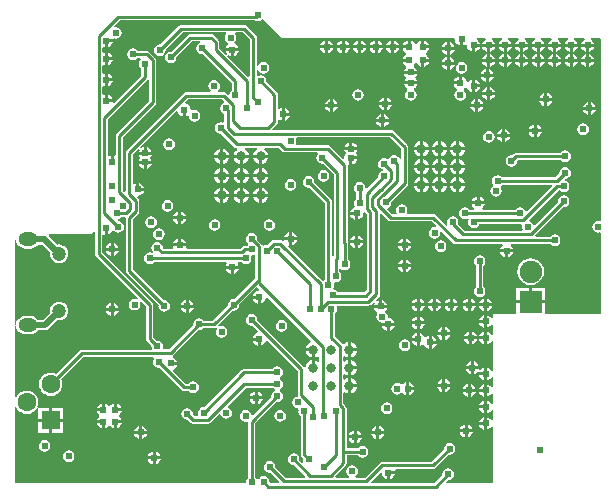
<source format=gbl>
%FSLAX25Y25*%
%MOIN*%
G70*
G01*
G75*
G04 Layer_Physical_Order=4*
G04 Layer_Color=16711680*
%ADD10R,0.05512X0.04724*%
%ADD11R,0.04331X0.07480*%
%ADD12R,0.05315X0.01575*%
%ADD13R,0.09449X0.02992*%
%ADD14R,0.05118X0.02756*%
%ADD15O,0.03347X0.01102*%
%ADD16O,0.01102X0.03347*%
%ADD17R,0.06693X0.06693*%
%ADD18R,0.16535X0.16535*%
%ADD19O,0.02900X0.01100*%
%ADD20O,0.01100X0.02900*%
%ADD21R,0.15748X0.15748*%
%ADD22R,0.17606X0.17606*%
%ADD23O,0.03347X0.01102*%
%ADD24O,0.01102X0.03347*%
%ADD25R,0.04724X0.04724*%
%ADD26R,0.04921X0.07874*%
%ADD27R,0.02756X0.03543*%
%ADD28R,0.02756X0.00984*%
%ADD29R,0.02402X0.08661*%
%ADD30R,0.05512X0.04331*%
%ADD31R,0.01181X0.01181*%
%ADD32R,0.01181X0.01181*%
%ADD33R,0.02362X0.01969*%
%ADD34R,0.01969X0.02362*%
%ADD35R,0.02756X0.03543*%
%ADD36R,0.03543X0.02756*%
%ADD37R,0.02992X0.09449*%
%ADD38R,0.04331X0.05512*%
%ADD39R,0.04724X0.04724*%
%ADD40R,0.07480X0.04331*%
%ADD41C,0.01200*%
%ADD42C,0.02000*%
%ADD43C,0.01000*%
%ADD44C,0.01500*%
%ADD45O,0.06299X0.04724*%
%ADD46C,0.04724*%
%ADD47R,0.06299X0.06299*%
%ADD48C,0.06299*%
%ADD49R,0.07480X0.07480*%
%ADD50C,0.07480*%
%ADD51C,0.02400*%
%ADD52C,0.03150*%
%ADD53C,0.04000*%
%ADD54O,0.08331X0.06756*%
%ADD55C,0.06756*%
G04:AMPARAMS|DCode=56|XSize=99.37mil|YSize=99.37mil|CornerRadius=0mil|HoleSize=0mil|Usage=FLASHONLY|Rotation=0.000|XOffset=0mil|YOffset=0mil|HoleType=Round|Shape=Relief|Width=10mil|Gap=10mil|Entries=4|*
%AMTHD56*
7,0,0,0.09937,0.07937,0.01000,45*
%
%ADD56THD56*%
%ADD57C,0.07937*%
G04:AMPARAMS|DCode=58|XSize=95.433mil|YSize=95.433mil|CornerRadius=0mil|HoleSize=0mil|Usage=FLASHONLY|Rotation=0.000|XOffset=0mil|YOffset=0mil|HoleType=Round|Shape=Relief|Width=10mil|Gap=10mil|Entries=4|*
%AMTHD58*
7,0,0,0.09543,0.07543,0.01000,45*
%
%ADD58THD58*%
%ADD59C,0.07543*%
G04:AMPARAMS|DCode=60|XSize=72mil|YSize=72mil|CornerRadius=0mil|HoleSize=0mil|Usage=FLASHONLY|Rotation=0.000|XOffset=0mil|YOffset=0mil|HoleType=Round|Shape=Relief|Width=10mil|Gap=10mil|Entries=4|*
%AMTHD60*
7,0,0,0.07200,0.05200,0.01000,45*
%
%ADD60THD60*%
%ADD61C,0.05200*%
G36*
X126777Y204123D02*
Y197000D01*
X126870Y196532D01*
X127135Y196135D01*
X141108Y182162D01*
X140789Y181774D01*
X140694Y181837D01*
X139953Y181984D01*
X139211Y181837D01*
X138583Y181417D01*
X138163Y180789D01*
X138015Y180047D01*
X138163Y179306D01*
X138583Y178677D01*
X139211Y178258D01*
X139953Y178110D01*
X140694Y178258D01*
X141323Y178677D01*
X141743Y179306D01*
X141890Y180047D01*
X141743Y180789D01*
X141679Y180884D01*
X142068Y181202D01*
X143777Y179493D01*
Y168689D01*
X143870Y168221D01*
X144135Y167824D01*
X145597Y166362D01*
X145563Y166189D01*
X145697Y165513D01*
X145618Y165275D01*
X145478Y165013D01*
X122289D01*
X121821Y164919D01*
X121424Y164654D01*
X113723Y156953D01*
X113005Y157250D01*
X112000Y157383D01*
X110995Y157250D01*
X110059Y156863D01*
X109254Y156246D01*
X108637Y155441D01*
X108249Y154505D01*
X108117Y153500D01*
X108249Y152495D01*
X108637Y151559D01*
X109254Y150754D01*
X110059Y150137D01*
X110995Y149750D01*
X112000Y149617D01*
X113005Y149750D01*
X113941Y150137D01*
X114746Y150754D01*
X115363Y151559D01*
X115751Y152495D01*
X115883Y153500D01*
X115751Y154505D01*
X115453Y155223D01*
X122796Y162566D01*
X146160D01*
X146427Y162065D01*
X146210Y161741D01*
X146063Y161000D01*
X146210Y160259D01*
X146630Y159630D01*
X147259Y159210D01*
X148000Y159063D01*
X148173Y159097D01*
X155635Y151635D01*
X155873Y151476D01*
X156032Y151370D01*
X156500Y151277D01*
X158032D01*
X158130Y151130D01*
X158759Y150710D01*
X159500Y150563D01*
X160241Y150710D01*
X160870Y151130D01*
X161290Y151759D01*
X161437Y152500D01*
X161290Y153241D01*
X160870Y153870D01*
X160241Y154290D01*
X159500Y154437D01*
X158759Y154290D01*
X158130Y153870D01*
X158032Y153724D01*
X157007D01*
X152788Y157943D01*
X152949Y158488D01*
X153586Y158914D01*
X154072Y159642D01*
X154144Y160000D01*
X152000D01*
Y161000D01*
X154144D01*
X154072Y161358D01*
X153586Y162086D01*
X152858Y162572D01*
X152803Y163093D01*
X152865Y163135D01*
X161327Y171597D01*
X161500Y171563D01*
X162241Y171710D01*
X162870Y172130D01*
X162968Y172276D01*
X166500D01*
X166968Y172370D01*
X167078Y172443D01*
X167438Y172082D01*
X167210Y171741D01*
X167063Y171000D01*
X167210Y170259D01*
X167630Y169630D01*
X168259Y169210D01*
X169000Y169063D01*
X169741Y169210D01*
X170370Y169630D01*
X170790Y170259D01*
X170937Y171000D01*
X170790Y171741D01*
X170370Y172370D01*
X169741Y172790D01*
X169000Y172937D01*
X168259Y172790D01*
X168164Y172726D01*
X167845Y173115D01*
X172827Y178097D01*
X173000Y178063D01*
X173741Y178210D01*
X174370Y178630D01*
X174790Y179259D01*
X174937Y180000D01*
X174903Y180173D01*
X180750Y186020D01*
X181569Y185200D01*
X181349Y184713D01*
X180642Y184572D01*
X179914Y184086D01*
X179428Y183358D01*
X179356Y183000D01*
X181500D01*
Y182500D01*
X182000D01*
Y180356D01*
X182358Y180428D01*
X183086Y180914D01*
X183572Y181642D01*
X183713Y182349D01*
X184200Y182569D01*
X198799Y167971D01*
X198634Y167428D01*
X198202Y167249D01*
X197664Y166836D01*
X197251Y166298D01*
X196992Y165672D01*
X196969Y165500D01*
X199500D01*
Y165000D01*
X200000D01*
Y162469D01*
X200172Y162492D01*
X200799Y162751D01*
X201002Y162907D01*
X201502Y162660D01*
Y161340D01*
X201002Y161093D01*
X200799Y161249D01*
X200172Y161509D01*
X200000Y161531D01*
Y159000D01*
X199000D01*
Y161531D01*
X198828Y161509D01*
X198202Y161249D01*
X197664Y160836D01*
X197251Y160299D01*
X196992Y159672D01*
X196954Y159385D01*
X196433Y159263D01*
X196365Y159365D01*
X180903Y174827D01*
X180937Y175000D01*
X180790Y175741D01*
X180370Y176370D01*
X179741Y176790D01*
X179000Y176937D01*
X178259Y176790D01*
X177630Y176370D01*
X177210Y175741D01*
X177063Y175000D01*
X177210Y174259D01*
X177630Y173630D01*
X178259Y173210D01*
X179000Y173063D01*
X179173Y173097D01*
X181097Y171173D01*
X180932Y170630D01*
X180642Y170572D01*
X179914Y170086D01*
X179428Y169358D01*
X179356Y169000D01*
X181500D01*
Y168500D01*
X182000D01*
Y166356D01*
X182358Y166428D01*
X183086Y166914D01*
X183572Y167642D01*
X183630Y167932D01*
X184173Y168097D01*
X194276Y157993D01*
Y149894D01*
X194370Y149426D01*
X194363Y149410D01*
X193759Y149290D01*
X193130Y148870D01*
X192710Y148241D01*
X192563Y147500D01*
X192710Y146759D01*
X193130Y146130D01*
X193759Y145710D01*
X194344Y145594D01*
X194571Y145375D01*
X194680Y145089D01*
X194563Y144500D01*
X194710Y143759D01*
X195130Y143130D01*
X195276Y143032D01*
Y130000D01*
X195370Y129532D01*
X195635Y129135D01*
X196097Y128673D01*
X196063Y128500D01*
X196210Y127759D01*
X196274Y127664D01*
X195885Y127345D01*
X194903Y128327D01*
X194937Y128500D01*
X194790Y129241D01*
X194370Y129870D01*
X193741Y130290D01*
X193000Y130437D01*
X192259Y130290D01*
X191630Y129870D01*
X191210Y129241D01*
X191063Y128500D01*
X191210Y127759D01*
X191630Y127130D01*
X192259Y126710D01*
X193000Y126563D01*
X193173Y126597D01*
X196884Y122885D01*
X196693Y122424D01*
X190307D01*
X186903Y125827D01*
X186937Y126000D01*
X186790Y126741D01*
X186370Y127370D01*
X185741Y127790D01*
X185000Y127937D01*
X184259Y127790D01*
X183630Y127370D01*
X183210Y126741D01*
X183063Y126000D01*
X183210Y125259D01*
X183630Y124630D01*
X184259Y124210D01*
X185000Y124063D01*
X185173Y124097D01*
X188184Y121085D01*
X187993Y120624D01*
X185322D01*
X184937Y121000D01*
X184790Y121741D01*
X184370Y122370D01*
X183741Y122790D01*
X183000Y122937D01*
X182259Y122790D01*
X181630Y122370D01*
X181278Y121842D01*
X181071Y121800D01*
X180929D01*
X180722Y121842D01*
X180370Y122370D01*
X180224Y122468D01*
Y140493D01*
X187327Y147597D01*
X187500Y147563D01*
X188241Y147710D01*
X188870Y148130D01*
X189290Y148759D01*
X189437Y149500D01*
X189290Y150241D01*
X188870Y150870D01*
X188342Y151222D01*
X188300Y151429D01*
Y151571D01*
X188342Y151778D01*
X188870Y152130D01*
X189290Y152759D01*
X189437Y153500D01*
X189290Y154241D01*
X188870Y154870D01*
X188342Y155222D01*
X188300Y155429D01*
Y155571D01*
X188342Y155778D01*
X188870Y156130D01*
X189290Y156759D01*
X189437Y157500D01*
X189290Y158241D01*
X188870Y158870D01*
X188241Y159290D01*
X187500Y159437D01*
X186759Y159290D01*
X186130Y158870D01*
X186032Y158723D01*
X176500D01*
X176032Y158630D01*
X175635Y158365D01*
X163173Y145903D01*
X163000Y145937D01*
X162259Y145790D01*
X161630Y145370D01*
X161210Y144741D01*
X161063Y144000D01*
X161197Y143324D01*
X161118Y143086D01*
X160978Y142824D01*
X160041D01*
X159403Y143461D01*
X159437Y143634D01*
X159290Y144375D01*
X158870Y145004D01*
X158241Y145424D01*
X157500Y145571D01*
X156759Y145424D01*
X156130Y145004D01*
X155710Y144375D01*
X155563Y143634D01*
X155710Y142893D01*
X156130Y142264D01*
X156759Y141844D01*
X157500Y141697D01*
X157673Y141731D01*
X158669Y140735D01*
X159066Y140470D01*
X159534Y140376D01*
X164600D01*
X165068Y140470D01*
X165465Y140735D01*
X168216Y143485D01*
X168694Y143340D01*
X168710Y143259D01*
X169130Y142630D01*
X169759Y142210D01*
X170500Y142063D01*
X171241Y142210D01*
X171870Y142630D01*
X172290Y143259D01*
X172437Y144000D01*
X172290Y144741D01*
X171870Y145370D01*
X171241Y145790D01*
X171160Y145806D01*
X171015Y146284D01*
X177007Y152277D01*
X186032D01*
X186130Y152130D01*
X186658Y151778D01*
X186700Y151571D01*
Y151429D01*
X186658Y151222D01*
X186130Y150870D01*
X185710Y150241D01*
X185563Y149500D01*
X185597Y149327D01*
X179418Y143148D01*
X178875Y143313D01*
X178790Y143741D01*
X178370Y144370D01*
X177741Y144790D01*
X177000Y144937D01*
X176259Y144790D01*
X175630Y144370D01*
X175210Y143741D01*
X175063Y143000D01*
X175210Y142259D01*
X175630Y141630D01*
X176259Y141210D01*
X177000Y141063D01*
X177291Y141121D01*
X177355Y141105D01*
X177777Y140707D01*
Y122468D01*
X177630Y122370D01*
X177210Y121741D01*
X177063Y121000D01*
X177085Y120887D01*
X176768Y120500D01*
X100000D01*
Y145791D01*
X100500Y145890D01*
X100637Y145559D01*
X101254Y144754D01*
X102059Y144137D01*
X102995Y143749D01*
X104000Y143617D01*
X105005Y143749D01*
X105941Y144137D01*
X106746Y144754D01*
X107350Y145543D01*
X107382Y145546D01*
X107403Y145548D01*
X107452Y145535D01*
X107538Y145512D01*
X107687Y145473D01*
X107745Y145457D01*
X107746Y145457D01*
X107808Y145441D01*
X107850Y145430D01*
Y145420D01*
X107850Y145188D01*
X107850Y145188D01*
X107850Y145187D01*
Y142000D01*
X111500D01*
Y145650D01*
X108287D01*
X108287D01*
X108259Y145650D01*
X108079D01*
X107995Y145650D01*
X107941D01*
X107936Y145656D01*
X107931Y145660D01*
X107916Y145675D01*
X107882Y145708D01*
X107857Y145733D01*
X107749Y145839D01*
X107685Y145903D01*
X107628Y145958D01*
X107621Y145965D01*
X107562Y146023D01*
X107744Y146478D01*
X107750Y146495D01*
X107883Y147500D01*
X107750Y148505D01*
X107363Y149441D01*
X106746Y150246D01*
X105941Y150863D01*
X105005Y151251D01*
X104000Y151383D01*
X102995Y151251D01*
X102059Y150863D01*
X101254Y150246D01*
X100637Y149441D01*
X100500Y149110D01*
X100000Y149209D01*
Y173091D01*
X100449Y173120D01*
X100479Y173122D01*
X100497Y173124D01*
X100500Y173124D01*
X100535Y172857D01*
Y172857D01*
X100591Y172429D01*
X100900Y171684D01*
X101391Y171044D01*
X102031Y170554D01*
X102775Y170245D01*
X103575Y170140D01*
X105150D01*
X105949Y170245D01*
X106694Y170554D01*
X107334Y171044D01*
X107679Y171495D01*
X110071D01*
X110734Y171627D01*
X111296Y172003D01*
X114232Y174938D01*
X114795Y174864D01*
X115595Y174969D01*
X116340Y175278D01*
X116979Y175769D01*
X117470Y176408D01*
X117779Y177153D01*
X117884Y177953D01*
X117779Y178752D01*
X117470Y179497D01*
X116979Y180137D01*
X116340Y180628D01*
X115595Y180936D01*
X114795Y181041D01*
X113996Y180936D01*
X113251Y180628D01*
X112611Y180137D01*
X112120Y179497D01*
X111812Y178752D01*
X111707Y177953D01*
X111781Y177390D01*
X109353Y174962D01*
X107679D01*
X107334Y175412D01*
X106694Y175903D01*
X105949Y176212D01*
X105150Y176317D01*
X103575D01*
X102775Y176212D01*
X102031Y175903D01*
X101391Y175412D01*
X100900Y174773D01*
X100591Y174028D01*
X100535Y173600D01*
Y173600D01*
X100500Y173333D01*
X100497Y173333D01*
X100479Y173334D01*
X100449Y173336D01*
X100000Y173366D01*
Y201634D01*
X100500Y201667D01*
X100591Y200972D01*
X100900Y200227D01*
X101391Y199588D01*
X102031Y199097D01*
X102775Y198788D01*
X103575Y198683D01*
X105150D01*
X105949Y198788D01*
X106694Y199097D01*
X107334Y199588D01*
X107679Y200038D01*
X109353D01*
X111781Y197610D01*
X111707Y197047D01*
X111812Y196248D01*
X112120Y195503D01*
X112611Y194863D01*
X113251Y194372D01*
X113996Y194064D01*
X114795Y193959D01*
X115595Y194064D01*
X116340Y194372D01*
X116979Y194863D01*
X117470Y195503D01*
X117779Y196248D01*
X117884Y197047D01*
X117779Y197847D01*
X117470Y198592D01*
X116979Y199231D01*
X116340Y199722D01*
X115595Y200031D01*
X114795Y200136D01*
X114232Y200062D01*
X111443Y202850D01*
X111345Y202997D01*
X111341Y203000D01*
X111493Y203500D01*
X125500D01*
X126315Y204315D01*
X126777Y204123D01*
D02*
G37*
G36*
X144776Y254915D02*
Y248007D01*
X134035Y237265D01*
X133770Y236868D01*
X133677Y236400D01*
Y229915D01*
X133177Y229608D01*
X133000Y229644D01*
Y227500D01*
X132000D01*
Y229644D01*
X131642Y229572D01*
X131465Y229454D01*
X131024Y229690D01*
Y241793D01*
X144235Y255005D01*
X144276Y255067D01*
X144776Y254915D01*
D02*
G37*
G36*
X169902Y247762D02*
X169816Y247478D01*
X169704Y247253D01*
X169130Y246870D01*
X168710Y246241D01*
X168563Y245500D01*
X168710Y244759D01*
X169130Y244130D01*
X169759Y243710D01*
X169787Y243705D01*
Y240912D01*
X169525Y240772D01*
X169287Y240692D01*
X168610Y240827D01*
X167869Y240680D01*
X167240Y240260D01*
X166821Y239631D01*
X166673Y238890D01*
X166821Y238148D01*
X167240Y237520D01*
X167869Y237100D01*
X168610Y236952D01*
X168783Y236987D01*
X173135Y232635D01*
X173532Y232370D01*
X174000Y232277D01*
X174168D01*
X174268Y231776D01*
X174202Y231749D01*
X173664Y231336D01*
X173251Y230799D01*
X172992Y230172D01*
X172969Y230000D01*
X178031D01*
X178008Y230172D01*
X177749Y230799D01*
X177336Y231336D01*
X176798Y231749D01*
X176732Y231776D01*
X176832Y232277D01*
X180668D01*
X180768Y231776D01*
X180701Y231749D01*
X180164Y231336D01*
X179751Y230799D01*
X179491Y230172D01*
X179469Y230000D01*
X184531D01*
X184509Y230172D01*
X184249Y230799D01*
X183836Y231336D01*
X183299Y231749D01*
X183232Y231776D01*
X183332Y232277D01*
X187993D01*
X189135Y231135D01*
X189532Y230870D01*
X190000Y230777D01*
X200907D01*
X201068Y230276D01*
X200710Y229741D01*
X200563Y229000D01*
X200710Y228259D01*
X201130Y227630D01*
X201759Y227210D01*
X202500Y227063D01*
X202673Y227097D01*
X206377Y223393D01*
Y196316D01*
X206224Y196191D01*
X205724Y196429D01*
Y214500D01*
X205630Y214968D01*
X205365Y215365D01*
X199903Y220827D01*
X199937Y221000D01*
X199790Y221741D01*
X199370Y222370D01*
X198741Y222790D01*
X198000Y222937D01*
X197259Y222790D01*
X196630Y222370D01*
X196210Y221741D01*
X196063Y221000D01*
X196210Y220259D01*
X196630Y219630D01*
X197259Y219210D01*
X198000Y219063D01*
X198173Y219097D01*
X203276Y213993D01*
Y188302D01*
X202812Y187954D01*
X202619Y188005D01*
X191191Y199433D01*
X191437Y199894D01*
X191469Y199888D01*
Y201532D01*
X189825D01*
X189831Y201501D01*
X189370Y201254D01*
X189359Y201265D01*
X188962Y201530D01*
X188494Y201624D01*
X186400D01*
X185932Y201530D01*
X185535Y201265D01*
X184173Y199903D01*
X184000Y199937D01*
X183259Y199790D01*
X183096Y199681D01*
X182541Y199911D01*
X182530Y199962D01*
X182265Y200359D01*
X180885Y201739D01*
X180937Y202000D01*
X180790Y202741D01*
X180370Y203370D01*
X179741Y203790D01*
X179000Y203937D01*
X178259Y203790D01*
X177630Y203370D01*
X177210Y202741D01*
X177063Y202000D01*
X177210Y201259D01*
X177630Y200630D01*
X177731Y200563D01*
X177763Y200041D01*
X177439Y199723D01*
X176606D01*
X176138Y199630D01*
X175741Y199365D01*
X175099Y198723D01*
X157338D01*
X157089Y199223D01*
X157144Y199500D01*
X152856D01*
X152911Y199223D01*
X152662Y198723D01*
X149889D01*
X149437Y199000D01*
X149290Y199741D01*
X148870Y200370D01*
X148241Y200790D01*
X147500Y200937D01*
X146759Y200790D01*
X146130Y200370D01*
X145710Y199741D01*
X145563Y199000D01*
X145710Y198259D01*
X146130Y197630D01*
X145851Y197216D01*
X145741Y197290D01*
X145000Y197437D01*
X144259Y197290D01*
X143630Y196870D01*
X143210Y196241D01*
X143063Y195500D01*
X143210Y194759D01*
X143630Y194130D01*
X144259Y193710D01*
X145000Y193563D01*
X145741Y193710D01*
X146370Y194130D01*
X146468Y194276D01*
X170440D01*
X170707Y193777D01*
X170428Y193358D01*
X170356Y193000D01*
X174644D01*
X174572Y193358D01*
X174293Y193777D01*
X174560Y194276D01*
X175532D01*
X175630Y194130D01*
X176259Y193710D01*
X177000Y193563D01*
X177741Y193710D01*
X178370Y194130D01*
X178790Y194759D01*
X178937Y195500D01*
X178820Y196089D01*
X178929Y196375D01*
X179156Y196594D01*
X179676Y196697D01*
X179914Y196618D01*
X180176Y196478D01*
Y188907D01*
X173173Y181903D01*
X173000Y181937D01*
X172259Y181790D01*
X171630Y181370D01*
X171210Y180741D01*
X171063Y180000D01*
X171097Y179827D01*
X165993Y174723D01*
X162968D01*
X162870Y174870D01*
X162241Y175290D01*
X161500Y175437D01*
X160759Y175290D01*
X160130Y174870D01*
X159710Y174241D01*
X159563Y173500D01*
X159597Y173327D01*
X151493Y165224D01*
X149696D01*
X149345Y165724D01*
X149437Y166189D01*
X149290Y166930D01*
X148870Y167559D01*
X148241Y167979D01*
X147500Y168126D01*
X147327Y168092D01*
X146223Y169196D01*
Y180000D01*
X146130Y180468D01*
X145865Y180865D01*
X129224Y197507D01*
Y203162D01*
X129724Y203411D01*
X130000Y203356D01*
Y205500D01*
X131000D01*
Y203356D01*
X131358Y203428D01*
X132086Y203914D01*
X132547Y204603D01*
X132769Y204659D01*
X133091Y204688D01*
X133130Y204630D01*
X133759Y204210D01*
X134500Y204063D01*
X135241Y204210D01*
X135870Y204630D01*
X136290Y205259D01*
X136437Y206000D01*
X136290Y206741D01*
X135870Y207370D01*
X135241Y207790D01*
X134609Y207916D01*
X134419Y208136D01*
X134474Y208457D01*
X134621Y208686D01*
X134741Y208710D01*
X135370Y209130D01*
X135447Y209245D01*
X136752D01*
X136977Y208972D01*
Y191300D01*
X137070Y190832D01*
X137335Y190435D01*
X147955Y179814D01*
X147921Y179642D01*
X148068Y178900D01*
X148488Y178272D01*
X149117Y177852D01*
X149858Y177705D01*
X150600Y177852D01*
X151228Y178272D01*
X151648Y178900D01*
X151795Y179642D01*
X151648Y180383D01*
X151228Y181012D01*
X150600Y181431D01*
X149858Y181579D01*
X149686Y181545D01*
X139424Y191807D01*
Y208465D01*
X141222Y210264D01*
X141487Y210661D01*
X141580Y211129D01*
Y214608D01*
X141487Y215076D01*
X141222Y215474D01*
X140887Y215808D01*
X141121Y216281D01*
X141858Y216428D01*
X142586Y216914D01*
X143072Y217642D01*
X143144Y218000D01*
X141000D01*
Y218500D01*
X140500D01*
Y220644D01*
X140142Y220572D01*
X139865Y220387D01*
X139424Y220623D01*
Y230193D01*
X141305Y232074D01*
X141693Y231756D01*
X141428Y231358D01*
X141356Y231000D01*
X143000D01*
Y232644D01*
X142642Y232572D01*
X142244Y232307D01*
X141926Y232695D01*
X153822Y244592D01*
X154365Y244427D01*
X154428Y244110D01*
X154914Y243382D01*
X155642Y242896D01*
X156000Y242825D01*
Y244969D01*
X157000D01*
Y242825D01*
X157358Y242896D01*
X157583Y243046D01*
X157641Y243040D01*
X158104Y242793D01*
X158210Y242259D01*
X158630Y241630D01*
X159259Y241210D01*
X160000Y241063D01*
X160741Y241210D01*
X161370Y241630D01*
X161790Y242259D01*
X161937Y243000D01*
X161790Y243741D01*
X161370Y244370D01*
X160741Y244790D01*
X160000Y244937D01*
X159259Y244790D01*
X159211Y244758D01*
X158973Y244865D01*
X158729Y245038D01*
X158572Y245827D01*
X158086Y246555D01*
X157358Y247041D01*
X157041Y247104D01*
X156877Y247646D01*
X157757Y248527D01*
X169137D01*
X169902Y247762D01*
D02*
G37*
G36*
X228777Y231993D02*
Y228882D01*
X228314Y228754D01*
X228276Y228761D01*
X227870Y229370D01*
X227241Y229790D01*
X226500Y229937D01*
X225759Y229790D01*
X225130Y229370D01*
X224710Y228741D01*
X224707Y228724D01*
X224157Y228524D01*
X223759Y228790D01*
X223018Y228937D01*
X222277Y228790D01*
X221648Y228370D01*
X221228Y227741D01*
X221081Y227000D01*
X221228Y226259D01*
X221648Y225630D01*
X222277Y225210D01*
X222605Y225145D01*
Y224635D01*
X222377Y224590D01*
X221748Y224170D01*
X221328Y223541D01*
X221181Y222800D01*
X221215Y222627D01*
X217412Y218824D01*
X217101Y218939D01*
X216928Y219047D01*
X216790Y219741D01*
X216370Y220370D01*
X215741Y220790D01*
X215000Y220937D01*
X214259Y220790D01*
X213630Y220370D01*
X213210Y219741D01*
X213063Y219000D01*
X213210Y218259D01*
X213630Y217630D01*
X213776Y217532D01*
Y215468D01*
X213630Y215370D01*
X213210Y214741D01*
X213063Y214000D01*
X213210Y213259D01*
X213357Y213039D01*
X213208Y212680D01*
X213090Y212538D01*
X212414Y212086D01*
X211928Y211358D01*
X211856Y211000D01*
X214000D01*
Y210500D01*
X214500D01*
Y208356D01*
X214858Y208428D01*
X215586Y208914D01*
X216072Y209642D01*
X216243Y210500D01*
X216210Y210667D01*
X216671Y210913D01*
X217277Y210307D01*
Y185007D01*
X216493Y184223D01*
X207668D01*
X207370Y184670D01*
X206741Y185090D01*
X206479Y185142D01*
X206249Y185697D01*
X206290Y185759D01*
X206437Y186500D01*
X206299Y187192D01*
X206424Y187399D01*
X206627Y187637D01*
X207000Y187563D01*
X207741Y187710D01*
X208370Y188130D01*
X208790Y188759D01*
X208937Y189500D01*
X208790Y190241D01*
X208370Y190870D01*
X208224Y190968D01*
Y191907D01*
X208723Y192068D01*
X209259Y191710D01*
X210000Y191563D01*
X210741Y191710D01*
X211370Y192130D01*
X211790Y192759D01*
X211937Y193500D01*
X211790Y194241D01*
X211370Y194870D01*
X211224Y194968D01*
Y196500D01*
Y200500D01*
X211130Y200968D01*
X211055Y201081D01*
Y226451D01*
X211097Y226535D01*
X211492Y226864D01*
X211531Y226856D01*
Y229000D01*
X212032D01*
Y229500D01*
X214175D01*
X214104Y229858D01*
X213675Y230500D01*
X214104Y231142D01*
X214175Y231500D01*
X209888D01*
X209959Y231142D01*
X210388Y230500D01*
X209959Y229858D01*
X209788Y229000D01*
X209793Y228976D01*
X209332Y228729D01*
X205197Y232865D01*
X204800Y233130D01*
X204331Y233224D01*
X193963D01*
X193727Y233664D01*
X193790Y233759D01*
X193937Y234500D01*
X193790Y235241D01*
X193727Y235335D01*
X193963Y235776D01*
X224993D01*
X228777Y231993D01*
D02*
G37*
G36*
X189000Y269000D02*
X246462D01*
X246779Y268614D01*
X246757Y268500D01*
X246928Y267642D01*
X247414Y266914D01*
X248142Y266428D01*
X248500Y266356D01*
Y268500D01*
X249500D01*
Y266356D01*
X249858Y266428D01*
X250290Y266716D01*
X250536Y266602D01*
X250770Y266435D01*
X250928Y265642D01*
X251414Y264914D01*
X252142Y264428D01*
X252500Y264356D01*
Y266500D01*
X253000D01*
Y267000D01*
X255144D01*
X255072Y267358D01*
X254586Y268086D01*
X253967Y268500D01*
X254076Y269000D01*
X256924D01*
X257033Y268500D01*
X256414Y268086D01*
X255928Y267358D01*
X255856Y267000D01*
X260144D01*
X260072Y267358D01*
X259586Y268086D01*
X258967Y268500D01*
X259076Y269000D01*
X262424D01*
X262533Y268500D01*
X261914Y268086D01*
X261428Y267358D01*
X261356Y267000D01*
X265644D01*
X265572Y267358D01*
X265086Y268086D01*
X264467Y268500D01*
X264576Y269000D01*
X267924D01*
X268033Y268500D01*
X267414Y268086D01*
X266928Y267358D01*
X266856Y267000D01*
X271144D01*
X271072Y267358D01*
X270586Y268086D01*
X269967Y268500D01*
X270076Y269000D01*
X273424D01*
X273533Y268500D01*
X272914Y268086D01*
X272428Y267358D01*
X272356Y267000D01*
X276644D01*
X276572Y267358D01*
X276086Y268086D01*
X275467Y268500D01*
X275576Y269000D01*
X278924D01*
X279033Y268500D01*
X278414Y268086D01*
X277928Y267358D01*
X277856Y267000D01*
X282144D01*
X282072Y267358D01*
X281586Y268086D01*
X280967Y268500D01*
X281076Y269000D01*
X284424D01*
X284533Y268500D01*
X283914Y268086D01*
X283428Y267358D01*
X283356Y267000D01*
X287644D01*
X287572Y267358D01*
X287086Y268086D01*
X286467Y268500D01*
X286576Y269000D01*
X289924D01*
X290033Y268500D01*
X289414Y268086D01*
X288928Y267358D01*
X288856Y267000D01*
X293144D01*
X293072Y267358D01*
X292586Y268086D01*
X291967Y268500D01*
X292076Y269000D01*
X295146D01*
X295500Y268646D01*
X295500Y208172D01*
X295000Y207838D01*
X294500Y207937D01*
X293759Y207790D01*
X293130Y207370D01*
X292710Y206741D01*
X292563Y206000D01*
X292710Y205259D01*
X293130Y204630D01*
X293759Y204210D01*
X294500Y204063D01*
X295000Y204162D01*
X295500Y203827D01*
Y177000D01*
X276740D01*
Y180500D01*
X267260D01*
Y177000D01*
X259500D01*
Y175577D01*
X259000Y175467D01*
X258586Y176086D01*
X257858Y176572D01*
X257500Y176644D01*
Y174500D01*
Y172356D01*
X257858Y172428D01*
X258586Y172914D01*
X259000Y173533D01*
X259500Y173423D01*
Y170077D01*
X259000Y169967D01*
X258586Y170586D01*
X257858Y171072D01*
X257500Y171144D01*
Y169000D01*
Y166856D01*
X257858Y166928D01*
X258586Y167414D01*
X259000Y168033D01*
X259500Y167923D01*
Y158077D01*
X259000Y157967D01*
X258586Y158586D01*
X257858Y159072D01*
X257500Y159144D01*
Y157000D01*
Y154856D01*
X257858Y154928D01*
X258586Y155414D01*
X259000Y156033D01*
X259500Y155923D01*
Y152577D01*
X259000Y152467D01*
X258586Y153086D01*
X257858Y153572D01*
X257500Y153644D01*
Y151500D01*
Y149356D01*
X257858Y149428D01*
X258586Y149914D01*
X259000Y150533D01*
X259500Y150423D01*
X259500Y147077D01*
X259000Y146967D01*
X258586Y147586D01*
X257858Y148072D01*
X257500Y148144D01*
Y146000D01*
Y143856D01*
X257858Y143928D01*
X258586Y144414D01*
X259000Y145033D01*
X259500Y144923D01*
Y141577D01*
X259000Y141467D01*
X258586Y142086D01*
X257858Y142572D01*
X257500Y142644D01*
Y140500D01*
Y138356D01*
X257858Y138428D01*
X258586Y138914D01*
X259000Y139533D01*
X259500Y139423D01*
Y120853D01*
X259146Y120500D01*
X243884D01*
X243692Y120962D01*
X244327Y121597D01*
X244500Y121563D01*
X245241Y121710D01*
X245870Y122130D01*
X246290Y122759D01*
X246437Y123500D01*
X246290Y124241D01*
X245870Y124870D01*
X245241Y125290D01*
X244500Y125437D01*
X243759Y125290D01*
X243130Y124870D01*
X242710Y124241D01*
X242563Y123500D01*
X242597Y123327D01*
X239893Y120624D01*
X219076D01*
X218884Y121085D01*
X221814Y124015D01*
X222330Y123824D01*
X222459Y123173D01*
X222945Y122445D01*
X223673Y121959D01*
X224031Y121888D01*
Y124031D01*
X224532D01*
Y124531D01*
X226675D01*
X226640Y124708D01*
X226947Y125208D01*
X239432D01*
X239900Y125301D01*
X240297Y125566D01*
X244827Y130097D01*
X245000Y130063D01*
X245741Y130210D01*
X246370Y130630D01*
X246790Y131259D01*
X246937Y132000D01*
X246790Y132741D01*
X246370Y133370D01*
X245741Y133790D01*
X245000Y133937D01*
X244259Y133790D01*
X243630Y133370D01*
X243210Y132741D01*
X243063Y132000D01*
X243097Y131827D01*
X238925Y127655D01*
X222500D01*
X222032Y127562D01*
X221635Y127297D01*
X216762Y122424D01*
X213712D01*
X213561Y122924D01*
X213870Y123130D01*
X214290Y123759D01*
X214437Y124500D01*
X214290Y125241D01*
X213870Y125870D01*
X213241Y126290D01*
X212500Y126437D01*
X211759Y126290D01*
X211130Y125870D01*
X210710Y125241D01*
X210563Y124500D01*
X210710Y123759D01*
X211130Y123130D01*
X211439Y122924D01*
X211288Y122424D01*
X207107D01*
X206916Y122885D01*
X210265Y126235D01*
X210424Y126473D01*
X210530Y126632D01*
X210624Y127100D01*
Y129777D01*
X214532D01*
X214630Y129630D01*
X215259Y129210D01*
X216000Y129063D01*
X216741Y129210D01*
X217370Y129630D01*
X217790Y130259D01*
X217937Y131000D01*
X217790Y131741D01*
X217370Y132370D01*
X216741Y132790D01*
X216000Y132937D01*
X215259Y132790D01*
X214630Y132370D01*
X214532Y132223D01*
X210624D01*
Y145494D01*
X210530Y145962D01*
X210265Y146359D01*
X209498Y147126D01*
Y150660D01*
X209998Y150907D01*
X210202Y150751D01*
X210828Y150491D01*
X211000Y150469D01*
Y153000D01*
Y155531D01*
X210828Y155508D01*
X210202Y155249D01*
X209998Y155093D01*
X209498Y155340D01*
Y156660D01*
X209998Y156907D01*
X210202Y156751D01*
X210828Y156491D01*
X211000Y156469D01*
Y159000D01*
Y161531D01*
X210828Y161509D01*
X210202Y161249D01*
X209998Y161093D01*
X209498Y161340D01*
Y162660D01*
X209998Y162907D01*
X210202Y162751D01*
X210828Y162492D01*
X211000Y162469D01*
Y165000D01*
Y167531D01*
X210828Y167508D01*
X210202Y167249D01*
X209794Y166936D01*
X209331Y166939D01*
X209154Y166993D01*
X209140Y167015D01*
X206723Y169431D01*
Y177032D01*
X206870Y177130D01*
X207290Y177759D01*
X207437Y178500D01*
X207303Y179176D01*
X207382Y179414D01*
X207522Y179676D01*
X217900D01*
X218368Y179770D01*
X218765Y180035D01*
X219805Y181075D01*
X220193Y180756D01*
X219928Y180358D01*
X219856Y180000D01*
X221500D01*
Y181644D01*
X221142Y181572D01*
X220744Y181307D01*
X220426Y181695D01*
X221365Y182635D01*
X221630Y183032D01*
X221724Y183500D01*
Y210298D01*
X222185Y210489D01*
X224540Y208135D01*
X224937Y207870D01*
X225405Y207776D01*
X238993D01*
X240403Y206367D01*
X240157Y205906D01*
X240000Y205937D01*
X239259Y205790D01*
X238630Y205370D01*
X238210Y204741D01*
X238063Y204000D01*
X238210Y203259D01*
X238630Y202630D01*
X239259Y202210D01*
X240000Y202063D01*
X240741Y202210D01*
X241370Y202630D01*
X241790Y203259D01*
X241937Y204000D01*
X241906Y204156D01*
X242367Y204403D01*
X246135Y200635D01*
X246532Y200370D01*
X247000Y200276D01*
X262547D01*
X262699Y199776D01*
X262414Y199586D01*
X261928Y198858D01*
X261856Y198500D01*
X266144D01*
X266072Y198858D01*
X265586Y199586D01*
X265301Y199776D01*
X265453Y200276D01*
X278532D01*
X278630Y200130D01*
X279259Y199710D01*
X280000Y199563D01*
X280741Y199710D01*
X281370Y200130D01*
X281790Y200759D01*
X281937Y201500D01*
X281790Y202241D01*
X281370Y202870D01*
X280741Y203290D01*
X280000Y203437D01*
X279259Y203290D01*
X278630Y202870D01*
X278532Y202724D01*
X273607D01*
X273416Y203185D01*
X282827Y212597D01*
X283000Y212563D01*
X283741Y212710D01*
X284370Y213130D01*
X284790Y213759D01*
X284937Y214500D01*
X284790Y215241D01*
X284370Y215870D01*
X283741Y216290D01*
X283000Y216437D01*
X282259Y216290D01*
X281630Y215870D01*
X281210Y215241D01*
X281063Y214500D01*
X281097Y214327D01*
X273284Y206515D01*
X272806Y206660D01*
X272790Y206741D01*
X272370Y207370D01*
X271741Y207790D01*
X271572Y207823D01*
X271426Y208302D01*
X281119Y217995D01*
X281630Y218130D01*
X282259Y217710D01*
X283000Y217563D01*
X283741Y217710D01*
X284370Y218130D01*
X284790Y218759D01*
X284937Y219500D01*
X284790Y220241D01*
X284370Y220870D01*
X283741Y221290D01*
X283621Y221314D01*
X283474Y221543D01*
X283419Y221864D01*
X283609Y222084D01*
X284241Y222210D01*
X284870Y222630D01*
X285290Y223259D01*
X285437Y224000D01*
X285290Y224741D01*
X284870Y225370D01*
X284241Y225790D01*
X283500Y225937D01*
X282759Y225790D01*
X282130Y225370D01*
X281710Y224741D01*
X281563Y224000D01*
X281597Y223827D01*
X280293Y222523D01*
X262343D01*
X262333Y222538D01*
X261704Y222958D01*
X260963Y223106D01*
X260222Y222958D01*
X259593Y222538D01*
X259173Y221910D01*
X259026Y221168D01*
X259173Y220427D01*
X259392Y220100D01*
X259275Y219456D01*
X259099Y219338D01*
X258679Y218710D01*
X258531Y217969D01*
X258679Y217227D01*
X259099Y216599D01*
X259727Y216179D01*
X260469Y216031D01*
X261210Y216179D01*
X261838Y216599D01*
X262258Y217227D01*
X262406Y217969D01*
X262258Y218710D01*
X262039Y219037D01*
X262157Y219681D01*
X262333Y219799D01*
X262518Y220076D01*
X279087D01*
X279278Y219615D01*
X270762Y211098D01*
X270478Y211184D01*
X270253Y211296D01*
X269870Y211870D01*
X269241Y212290D01*
X268500Y212437D01*
X267759Y212290D01*
X267130Y211870D01*
X267032Y211723D01*
X255953D01*
X255801Y212224D01*
X256086Y212414D01*
X256572Y213142D01*
X256644Y213500D01*
X252356D01*
X252428Y213142D01*
X252914Y212414D01*
X253199Y212224D01*
X253047Y211723D01*
X251468D01*
X251370Y211870D01*
X250741Y212290D01*
X250000Y212437D01*
X249259Y212290D01*
X248630Y211870D01*
X248210Y211241D01*
X248063Y210500D01*
X248210Y209759D01*
X248630Y209130D01*
X249259Y208710D01*
X250000Y208563D01*
X250741Y208710D01*
X251068Y208929D01*
X251429Y208568D01*
X251210Y208241D01*
X251063Y207500D01*
X251210Y206759D01*
X251630Y206130D01*
X252259Y205710D01*
X253000Y205563D01*
X253741Y205710D01*
X254370Y206130D01*
X254790Y206759D01*
X254813Y206876D01*
X268745D01*
X269138Y206377D01*
X269063Y206000D01*
X269210Y205259D01*
X269273Y205165D01*
X269038Y204724D01*
X250007D01*
X247820Y206910D01*
X247937Y207500D01*
X247790Y208241D01*
X247370Y208870D01*
X246741Y209290D01*
X246000Y209437D01*
X245259Y209290D01*
X244630Y208870D01*
X244210Y208241D01*
X244063Y207500D01*
X244210Y206759D01*
X244274Y206664D01*
X243885Y206345D01*
X240365Y209865D01*
X239968Y210130D01*
X239500Y210224D01*
X230962D01*
X230727Y210665D01*
X230790Y210759D01*
X230937Y211500D01*
X230790Y212241D01*
X230370Y212870D01*
X229741Y213290D01*
X229000Y213437D01*
X228259Y213290D01*
X227630Y212870D01*
X227210Y212241D01*
X227063Y211500D01*
X227210Y210759D01*
X227273Y210665D01*
X227038Y210224D01*
X225912D01*
X224248Y211888D01*
X224334Y212172D01*
X224446Y212397D01*
X225019Y212780D01*
X225439Y213408D01*
X225587Y214150D01*
X225553Y214322D01*
X230865Y219635D01*
X231130Y220032D01*
X231224Y220500D01*
Y232500D01*
X231130Y232968D01*
X230865Y233365D01*
X226365Y237865D01*
X225968Y238130D01*
X225500Y238224D01*
X186107D01*
X185916Y238685D01*
X187365Y240135D01*
X187630Y240532D01*
X187724Y241000D01*
Y241440D01*
X188224Y241707D01*
X188642Y241428D01*
X189000Y241356D01*
Y243500D01*
Y245644D01*
X188642Y245572D01*
X188224Y245293D01*
X187724Y245560D01*
Y250000D01*
X187630Y250468D01*
X187524Y250627D01*
X187365Y250865D01*
X183903Y254327D01*
X183937Y254500D01*
X183790Y255241D01*
X183370Y255870D01*
X182741Y256290D01*
X182000Y256437D01*
X181259Y256290D01*
X181165Y256227D01*
X180724Y256463D01*
Y258118D01*
X181186Y258246D01*
X181223Y258239D01*
X181630Y257630D01*
X182259Y257210D01*
X183000Y257063D01*
X183741Y257210D01*
X184370Y257630D01*
X184790Y258259D01*
X184937Y259000D01*
X184790Y259741D01*
X184370Y260370D01*
X183741Y260790D01*
X183000Y260937D01*
X182259Y260790D01*
X181630Y260370D01*
X181223Y259761D01*
X181186Y259754D01*
X180724Y259882D01*
Y269000D01*
X180630Y269468D01*
X180365Y269865D01*
X177365Y272865D01*
X176968Y273130D01*
X176500Y273223D01*
X155500D01*
X155032Y273130D01*
X154635Y272865D01*
X148543Y266773D01*
X148370Y266807D01*
X147629Y266660D01*
X147000Y266240D01*
X146580Y265611D01*
X146433Y264870D01*
X146580Y264129D01*
X147000Y263500D01*
X147629Y263080D01*
X148370Y262933D01*
X149111Y263080D01*
X149740Y263500D01*
X150160Y264129D01*
X150307Y264870D01*
X150273Y265043D01*
X156007Y270777D01*
X170289D01*
X170489Y270276D01*
X170163Y269789D01*
X170016Y269047D01*
X170163Y268306D01*
X170583Y267677D01*
X171115Y267322D01*
X171185Y266943D01*
X171168Y266756D01*
X170914Y266586D01*
X170428Y265858D01*
X170356Y265500D01*
X174644D01*
X174572Y265858D01*
X174086Y266586D01*
X173358Y267072D01*
X173327Y267079D01*
X173221Y267610D01*
X173323Y267677D01*
X173742Y268306D01*
X173890Y269047D01*
X173742Y269789D01*
X173416Y270276D01*
X173616Y270777D01*
X175993D01*
X178277Y268493D01*
Y256107D01*
X177815Y255916D01*
X170925Y262805D01*
X171244Y263193D01*
X171642Y262928D01*
X172000Y262856D01*
Y264500D01*
X170356D01*
X170428Y264142D01*
X170693Y263744D01*
X170305Y263425D01*
X168224Y265507D01*
Y267500D01*
X168130Y267968D01*
X167865Y268365D01*
X166365Y269865D01*
X165968Y270130D01*
X165500Y270223D01*
X158500D01*
X158032Y270130D01*
X157635Y269865D01*
X152173Y264403D01*
X152000Y264437D01*
X151259Y264290D01*
X150630Y263870D01*
X150210Y263241D01*
X150063Y262500D01*
X150210Y261759D01*
X150630Y261130D01*
X151259Y260710D01*
X152000Y260563D01*
X152741Y260710D01*
X153370Y261130D01*
X153790Y261759D01*
X153937Y262500D01*
X153903Y262673D01*
X159007Y267776D01*
X161872D01*
X161921Y267277D01*
X161759Y267244D01*
X161130Y266824D01*
X160710Y266196D01*
X160563Y265454D01*
X160710Y264713D01*
X161130Y264085D01*
X161759Y263665D01*
X162500Y263517D01*
X162673Y263551D01*
X172276Y253948D01*
Y251468D01*
X172130Y251370D01*
X171710Y250741D01*
X171607Y250224D01*
X171084Y250041D01*
X170509Y250615D01*
X170112Y250880D01*
X169644Y250974D01*
X167787D01*
X167635Y251473D01*
X167870Y251630D01*
X168290Y252259D01*
X168437Y253000D01*
X168290Y253741D01*
X167870Y254370D01*
X167241Y254790D01*
X166500Y254937D01*
X165759Y254790D01*
X165130Y254370D01*
X164710Y253741D01*
X164563Y253000D01*
X164710Y252259D01*
X165130Y251630D01*
X165365Y251473D01*
X165213Y250974D01*
X157250D01*
X156782Y250880D01*
X156385Y250615D01*
X137335Y231565D01*
X137070Y231168D01*
X136977Y230700D01*
Y217827D01*
X136515Y217635D01*
X136124Y218026D01*
Y235893D01*
X146865Y246635D01*
X147130Y247032D01*
X147223Y247500D01*
Y261500D01*
X147130Y261968D01*
X146865Y262365D01*
X144865Y264365D01*
X144468Y264630D01*
X144000Y264723D01*
X140968D01*
X140870Y264870D01*
X140241Y265290D01*
X139500Y265437D01*
X138759Y265290D01*
X138130Y264870D01*
X137710Y264241D01*
X137563Y263500D01*
X137710Y262759D01*
X138130Y262130D01*
X138759Y261710D01*
X139500Y261563D01*
X140241Y261710D01*
X140870Y262130D01*
X140968Y262277D01*
X141885D01*
X142037Y261776D01*
X142000Y261752D01*
X141580Y261124D01*
X141433Y260382D01*
X141580Y259641D01*
X142000Y259013D01*
X142147Y258915D01*
Y256377D01*
X133125Y247355D01*
X132853Y247500D01*
X130500D01*
Y248000D01*
X130000D01*
Y250144D01*
X129724Y250089D01*
X129224Y250338D01*
Y252662D01*
X129724Y252911D01*
X130000Y252856D01*
Y255000D01*
Y257144D01*
X129724Y257089D01*
X129224Y257338D01*
Y259662D01*
X129724Y259911D01*
X130000Y259856D01*
Y262000D01*
Y264144D01*
X129724Y264089D01*
X129224Y264338D01*
Y265662D01*
X129724Y265911D01*
X130000Y265856D01*
Y268000D01*
X130500D01*
Y268500D01*
X132695D01*
X132764Y268586D01*
X133091Y268816D01*
X133709Y268693D01*
X134450Y268840D01*
X135079Y269260D01*
X135499Y269889D01*
X135646Y270630D01*
X135499Y271371D01*
X135079Y272000D01*
X134450Y272420D01*
X133709Y272567D01*
X133454Y272516D01*
X133207Y272977D01*
X135007Y274777D01*
X180159D01*
X180259Y274710D01*
X181000Y274563D01*
X181741Y274710D01*
X182370Y275130D01*
X182825Y275175D01*
X189000Y269000D01*
D02*
G37*
%LPC*%
G36*
X174644Y192000D02*
X173000D01*
Y190356D01*
X173358Y190428D01*
X174086Y190914D01*
X174572Y191642D01*
X174644Y192000D01*
D02*
G37*
G36*
X172000D02*
X170356D01*
X170428Y191642D01*
X170914Y190914D01*
X171642Y190428D01*
X172000Y190356D01*
Y192000D01*
D02*
G37*
G36*
X232144Y192500D02*
X230500D01*
Y190856D01*
X230858Y190928D01*
X231586Y191414D01*
X232072Y192142D01*
X232144Y192500D01*
D02*
G37*
G36*
X229500D02*
X227856D01*
X227928Y192142D01*
X228414Y191414D01*
X229142Y190928D01*
X229500Y190856D01*
Y192500D01*
D02*
G37*
G36*
X272000Y195478D02*
X270841Y195326D01*
X269761Y194878D01*
X268833Y194167D01*
X268122Y193239D01*
X267674Y192159D01*
X267522Y191000D01*
X267674Y189841D01*
X268122Y188761D01*
X268833Y187833D01*
X269761Y187121D01*
X270841Y186674D01*
X272000Y186521D01*
X273159Y186674D01*
X274239Y187121D01*
X275167Y187833D01*
X275879Y188761D01*
X276326Y189841D01*
X276479Y191000D01*
X276326Y192159D01*
X275879Y193239D01*
X275167Y194167D01*
X274239Y194878D01*
X273159Y195326D01*
X272000Y195478D01*
D02*
G37*
G36*
X271500Y185740D02*
X267260D01*
Y181500D01*
X271500D01*
Y185740D01*
D02*
G37*
G36*
X257500Y182144D02*
Y180500D01*
X259144D01*
X259072Y180858D01*
X258586Y181586D01*
X257858Y182072D01*
X257500Y182144D01*
D02*
G37*
G36*
X255000Y196437D02*
X254259Y196290D01*
X253630Y195870D01*
X253210Y195241D01*
X253063Y194500D01*
X253210Y193759D01*
X253630Y193130D01*
X253777Y193032D01*
Y185968D01*
X253630Y185870D01*
X253210Y185241D01*
X253063Y184500D01*
X253210Y183759D01*
X253630Y183130D01*
X254259Y182710D01*
X255000Y182563D01*
X255741Y182710D01*
X256370Y183130D01*
X256790Y183759D01*
X256937Y184500D01*
X256790Y185241D01*
X256370Y185870D01*
X256224Y185968D01*
Y193032D01*
X256370Y193130D01*
X256790Y193759D01*
X256937Y194500D01*
X256790Y195241D01*
X256370Y195870D01*
X255741Y196290D01*
X255000Y196437D01*
D02*
G37*
G36*
X276740Y185740D02*
X272500D01*
Y181500D01*
X276740D01*
Y185740D01*
D02*
G37*
G36*
X229500Y195144D02*
X229142Y195072D01*
X228414Y194586D01*
X227928Y193858D01*
X227856Y193500D01*
X229500D01*
Y195144D01*
D02*
G37*
G36*
X134644Y198000D02*
X133000D01*
Y196356D01*
X133358Y196428D01*
X134086Y196914D01*
X134572Y197642D01*
X134644Y198000D01*
D02*
G37*
G36*
X132000D02*
X130356D01*
X130428Y197642D01*
X130914Y196914D01*
X131642Y196428D01*
X132000Y196356D01*
Y198000D01*
D02*
G37*
G36*
X242000Y201437D02*
X241259Y201290D01*
X240630Y200870D01*
X240210Y200241D01*
X240063Y199500D01*
X240210Y198759D01*
X240630Y198130D01*
X241259Y197710D01*
X242000Y197563D01*
X242741Y197710D01*
X243370Y198130D01*
X243790Y198759D01*
X243937Y199500D01*
X243790Y200241D01*
X243370Y200870D01*
X242741Y201290D01*
X242000Y201437D01*
D02*
G37*
G36*
X229500Y199500D02*
X227856D01*
X227928Y199142D01*
X228414Y198414D01*
X229142Y197928D01*
X229500Y197856D01*
Y199500D01*
D02*
G37*
G36*
X232144D02*
X230500D01*
Y197856D01*
X230858Y197928D01*
X231586Y198414D01*
X232072Y199142D01*
X232144Y199500D01*
D02*
G37*
G36*
X216144Y200500D02*
X214500D01*
Y198856D01*
X214858Y198928D01*
X215586Y199414D01*
X216072Y200142D01*
X216144Y200500D01*
D02*
G37*
G36*
X230500Y195144D02*
Y193500D01*
X232144D01*
X232072Y193858D01*
X231586Y194586D01*
X230858Y195072D01*
X230500Y195144D01*
D02*
G37*
G36*
X213500Y200500D02*
X211856D01*
X211928Y200142D01*
X212414Y199414D01*
X213142Y198928D01*
X213500Y198856D01*
Y200500D01*
D02*
G37*
G36*
X266144Y197500D02*
X264500D01*
Y195856D01*
X264858Y195928D01*
X265586Y196414D01*
X266072Y197142D01*
X266144Y197500D01*
D02*
G37*
G36*
X263500D02*
X261856D01*
X261928Y197142D01*
X262414Y196414D01*
X263142Y195928D01*
X263500Y195856D01*
Y197500D01*
D02*
G37*
G36*
X256500Y182144D02*
X256142Y182072D01*
X255414Y181586D01*
X254928Y180858D01*
X254856Y180500D01*
X256500D01*
Y182144D01*
D02*
G37*
G36*
Y179500D02*
X254856D01*
X254928Y179142D01*
X255414Y178414D01*
X256142Y177928D01*
X256500Y177856D01*
Y179500D01*
D02*
G37*
G36*
X253644D02*
X252000D01*
Y177856D01*
X252358Y177928D01*
X253086Y178414D01*
X253572Y179142D01*
X253644Y179500D01*
D02*
G37*
G36*
X251000D02*
X249356D01*
X249428Y179142D01*
X249914Y178414D01*
X250642Y177928D01*
X251000Y177856D01*
Y179500D01*
D02*
G37*
G36*
X133000Y180644D02*
Y179000D01*
X134644D01*
X134572Y179358D01*
X134086Y180086D01*
X133358Y180572D01*
X133000Y180644D01*
D02*
G37*
G36*
X132000D02*
X131642Y180572D01*
X130914Y180086D01*
X130428Y179358D01*
X130356Y179000D01*
X132000D01*
Y180644D01*
D02*
G37*
G36*
X259144Y179500D02*
X257500D01*
Y177856D01*
X257858Y177928D01*
X258586Y178414D01*
X259072Y179142D01*
X259144Y179500D01*
D02*
G37*
G36*
X239500D02*
X237856D01*
X237928Y179142D01*
X238414Y178414D01*
X239142Y177928D01*
X239500Y177856D01*
Y179500D01*
D02*
G37*
G36*
X236644D02*
X235000D01*
Y177856D01*
X235358Y177928D01*
X236086Y178414D01*
X236572Y179142D01*
X236644Y179500D01*
D02*
G37*
G36*
X234000D02*
X232356D01*
X232428Y179142D01*
X232914Y178414D01*
X233642Y177928D01*
X234000Y177856D01*
Y179500D01*
D02*
G37*
G36*
X247644D02*
X246000D01*
Y177856D01*
X246358Y177928D01*
X247086Y178414D01*
X247572Y179142D01*
X247644Y179500D01*
D02*
G37*
G36*
X245000D02*
X243356D01*
X243428Y179142D01*
X243914Y178414D01*
X244642Y177928D01*
X245000Y177856D01*
Y179500D01*
D02*
G37*
G36*
X242144D02*
X240500D01*
Y177856D01*
X240858Y177928D01*
X241586Y178414D01*
X242072Y179142D01*
X242144Y179500D01*
D02*
G37*
G36*
X245000Y182144D02*
X244642Y182072D01*
X243914Y181586D01*
X243428Y180858D01*
X243356Y180500D01*
X245000D01*
Y182144D01*
D02*
G37*
G36*
X240500D02*
Y180500D01*
X242144D01*
X242072Y180858D01*
X241586Y181586D01*
X240858Y182072D01*
X240500Y182144D01*
D02*
G37*
G36*
X239500D02*
X239142Y182072D01*
X238414Y181586D01*
X237928Y180858D01*
X237856Y180500D01*
X239500D01*
Y182144D01*
D02*
G37*
G36*
X252000D02*
Y180500D01*
X253644D01*
X253572Y180858D01*
X253086Y181586D01*
X252358Y182072D01*
X252000Y182144D01*
D02*
G37*
G36*
X251000D02*
X250642Y182072D01*
X249914Y181586D01*
X249428Y180858D01*
X249356Y180500D01*
X251000D01*
Y182144D01*
D02*
G37*
G36*
X246000D02*
Y180500D01*
X247644D01*
X247572Y180858D01*
X247086Y181586D01*
X246358Y182072D01*
X246000Y182144D01*
D02*
G37*
G36*
X158000Y181644D02*
Y180000D01*
X159644D01*
X159572Y180358D01*
X159086Y181086D01*
X158358Y181572D01*
X158000Y181644D01*
D02*
G37*
G36*
X157000D02*
X156642Y181572D01*
X155914Y181086D01*
X155428Y180358D01*
X155356Y180000D01*
X157000D01*
Y181644D01*
D02*
G37*
G36*
X222500Y181644D02*
Y180000D01*
X224144D01*
X224072Y180358D01*
X223586Y181086D01*
X222858Y181572D01*
X222500Y181644D01*
D02*
G37*
G36*
X235000Y182144D02*
Y180500D01*
X236644D01*
X236572Y180858D01*
X236086Y181586D01*
X235358Y182072D01*
X235000Y182144D01*
D02*
G37*
G36*
X234000D02*
X233642Y182072D01*
X232914Y181586D01*
X232428Y180858D01*
X232356Y180500D01*
X234000D01*
Y182144D01*
D02*
G37*
G36*
X181000Y182000D02*
X179356D01*
X179428Y181642D01*
X179914Y180914D01*
X180642Y180428D01*
X181000Y180356D01*
Y182000D01*
D02*
G37*
G36*
X175000Y219031D02*
X174828Y219008D01*
X174202Y218749D01*
X173664Y218336D01*
X173251Y217798D01*
X172992Y217172D01*
X172969Y217000D01*
X175000D01*
Y219031D01*
D02*
G37*
G36*
X169500D02*
Y217000D01*
X171531D01*
X171509Y217172D01*
X171249Y217798D01*
X170836Y218336D01*
X170299Y218749D01*
X169672Y219008D01*
X169500Y219031D01*
D02*
G37*
G36*
X176000D02*
Y217000D01*
X178031D01*
X178008Y217172D01*
X177749Y217798D01*
X177336Y218336D01*
X176798Y218749D01*
X176172Y219008D01*
X176000Y219031D01*
D02*
G37*
G36*
X182500D02*
Y217000D01*
X184531D01*
X184509Y217172D01*
X184249Y217798D01*
X183836Y218336D01*
X183299Y218749D01*
X182672Y219008D01*
X182500Y219031D01*
D02*
G37*
G36*
X181500D02*
X181328Y219008D01*
X180701Y218749D01*
X180164Y218336D01*
X179751Y217798D01*
X179491Y217172D01*
X179469Y217000D01*
X181500D01*
Y219031D01*
D02*
G37*
G36*
X168500D02*
X168328Y219008D01*
X167701Y218749D01*
X167164Y218336D01*
X166751Y217798D01*
X166491Y217172D01*
X166469Y217000D01*
X168500D01*
Y219031D01*
D02*
G37*
G36*
X181500Y216000D02*
X179469D01*
X179491Y215828D01*
X179751Y215201D01*
X180164Y214664D01*
X180701Y214251D01*
X181328Y213991D01*
X181500Y213969D01*
Y216000D01*
D02*
G37*
G36*
X178031D02*
X176000D01*
Y213969D01*
X176172Y213991D01*
X176798Y214251D01*
X177336Y214664D01*
X177749Y215201D01*
X178008Y215828D01*
X178031Y216000D01*
D02*
G37*
G36*
X184531D02*
X182500D01*
Y213969D01*
X182672Y213991D01*
X183299Y214251D01*
X183836Y214664D01*
X184249Y215201D01*
X184509Y215828D01*
X184531Y216000D01*
D02*
G37*
G36*
X255000Y216144D02*
Y214500D01*
X256644D01*
X256572Y214858D01*
X256086Y215586D01*
X255358Y216072D01*
X255000Y216144D01*
D02*
G37*
G36*
X254000D02*
X253642Y216072D01*
X252914Y215586D01*
X252428Y214858D01*
X252356Y214500D01*
X254000D01*
Y216144D01*
D02*
G37*
G36*
X235032Y219500D02*
X233000D01*
X233023Y219328D01*
X233282Y218702D01*
X233695Y218164D01*
X234233Y217751D01*
X234859Y217492D01*
X235032Y217469D01*
Y219500D01*
D02*
G37*
G36*
X168500Y222500D02*
X166469D01*
X166491Y222328D01*
X166751Y221702D01*
X167164Y221164D01*
X167701Y220751D01*
X168328Y220492D01*
X168500Y220469D01*
Y222500D01*
D02*
G37*
G36*
X141500Y220644D02*
Y219000D01*
X143144D01*
X143072Y219358D01*
X142586Y220086D01*
X141858Y220572D01*
X141500Y220644D01*
D02*
G37*
G36*
X171531Y222500D02*
X169500D01*
Y220469D01*
X169672Y220492D01*
X170299Y220751D01*
X170836Y221164D01*
X171249Y221702D01*
X171509Y222328D01*
X171531Y222500D01*
D02*
G37*
G36*
X178031D02*
X176000D01*
Y220469D01*
X176172Y220492D01*
X176798Y220751D01*
X177336Y221164D01*
X177749Y221702D01*
X178008Y222328D01*
X178031Y222500D01*
D02*
G37*
G36*
X175000D02*
X172969D01*
X172992Y222328D01*
X173251Y221702D01*
X173664Y221164D01*
X174202Y220751D01*
X174828Y220492D01*
X175000Y220469D01*
Y222500D01*
D02*
G37*
G36*
X192000Y221937D02*
X191259Y221790D01*
X190630Y221370D01*
X190210Y220741D01*
X190063Y220000D01*
X190210Y219259D01*
X190630Y218630D01*
X191259Y218210D01*
X192000Y218063D01*
X192741Y218210D01*
X193370Y218630D01*
X193790Y219259D01*
X193937Y220000D01*
X193790Y220741D01*
X193370Y221370D01*
X192741Y221790D01*
X192000Y221937D01*
D02*
G37*
G36*
X241032Y219500D02*
X239000D01*
X239023Y219328D01*
X239282Y218702D01*
X239695Y218164D01*
X240233Y217751D01*
X240859Y217492D01*
X241032Y217469D01*
Y219500D01*
D02*
G37*
G36*
X238063D02*
X236032D01*
Y217469D01*
X236204Y217492D01*
X236830Y217751D01*
X237368Y218164D01*
X237781Y218702D01*
X238040Y219328D01*
X238063Y219500D01*
D02*
G37*
G36*
X244063D02*
X242032D01*
Y217469D01*
X242204Y217492D01*
X242830Y217751D01*
X243368Y218164D01*
X243781Y218702D01*
X244040Y219328D01*
X244063Y219500D01*
D02*
G37*
G36*
X250063D02*
X248031D01*
Y217469D01*
X248204Y217492D01*
X248830Y217751D01*
X249368Y218164D01*
X249781Y218702D01*
X250040Y219328D01*
X250063Y219500D01*
D02*
G37*
G36*
X247031D02*
X245000D01*
X245023Y219328D01*
X245282Y218702D01*
X245695Y218164D01*
X246233Y217751D01*
X246859Y217492D01*
X247031Y217469D01*
Y219500D01*
D02*
G37*
G36*
X175000Y216000D02*
X172969D01*
X172992Y215828D01*
X173251Y215201D01*
X173664Y214664D01*
X174202Y214251D01*
X174828Y213991D01*
X175000Y213969D01*
Y216000D01*
D02*
G37*
G36*
X213500Y203144D02*
X213142Y203072D01*
X212414Y202586D01*
X211928Y201858D01*
X211856Y201500D01*
X213500D01*
Y203144D01*
D02*
G37*
G36*
X230500Y202144D02*
Y200500D01*
X232144D01*
X232072Y200858D01*
X231586Y201586D01*
X230858Y202072D01*
X230500Y202144D01*
D02*
G37*
G36*
X214500Y203144D02*
Y201500D01*
X216144D01*
X216072Y201858D01*
X215586Y202586D01*
X214858Y203072D01*
X214500Y203144D01*
D02*
G37*
G36*
X191469Y204175D02*
X191110Y204104D01*
X190382Y203618D01*
X189896Y202890D01*
X189825Y202532D01*
X191469D01*
Y204175D01*
D02*
G37*
G36*
X148031Y205469D02*
X147290Y205321D01*
X146662Y204901D01*
X146242Y204273D01*
X146094Y203532D01*
X146242Y202790D01*
X146662Y202162D01*
X147290Y201742D01*
X148031Y201594D01*
X148773Y201742D01*
X149401Y202162D01*
X149821Y202790D01*
X149969Y203532D01*
X149821Y204273D01*
X149401Y204901D01*
X148773Y205321D01*
X148031Y205469D01*
D02*
G37*
G36*
X229500Y202144D02*
X229142Y202072D01*
X228414Y201586D01*
X227928Y200858D01*
X227856Y200500D01*
X229500D01*
Y202144D01*
D02*
G37*
G36*
X133000Y200644D02*
Y199000D01*
X134644D01*
X134572Y199358D01*
X134086Y200086D01*
X133358Y200572D01*
X133000Y200644D01*
D02*
G37*
G36*
X132000D02*
X131642Y200572D01*
X130914Y200086D01*
X130428Y199358D01*
X130356Y199000D01*
X132000D01*
Y200644D01*
D02*
G37*
G36*
X194112Y201532D02*
X192469D01*
Y199888D01*
X192827Y199959D01*
X193555Y200445D01*
X194041Y201173D01*
X194112Y201532D01*
D02*
G37*
G36*
X155500Y202144D02*
Y200500D01*
X157144D01*
X157072Y200858D01*
X156586Y201586D01*
X155858Y202072D01*
X155500Y202144D01*
D02*
G37*
G36*
X154500D02*
X154142Y202072D01*
X153414Y201586D01*
X152928Y200858D01*
X152856Y200500D01*
X154500D01*
Y202144D01*
D02*
G37*
G36*
X192469Y204175D02*
Y202532D01*
X194112D01*
X194041Y202890D01*
X193555Y203618D01*
X192827Y204104D01*
X192469Y204175D01*
D02*
G37*
G36*
X155500Y211144D02*
Y209500D01*
X157144D01*
X157072Y209858D01*
X156586Y210586D01*
X155858Y211072D01*
X155500Y211144D01*
D02*
G37*
G36*
X154500D02*
X154142Y211072D01*
X153414Y210586D01*
X152928Y209858D01*
X152856Y209500D01*
X154500D01*
Y211144D01*
D02*
G37*
G36*
X151000Y214937D02*
X150259Y214790D01*
X149630Y214370D01*
X149210Y213741D01*
X149063Y213000D01*
X149210Y212259D01*
X149630Y211630D01*
X150259Y211210D01*
X151000Y211063D01*
X151741Y211210D01*
X152370Y211630D01*
X152790Y212259D01*
X152937Y213000D01*
X152790Y213741D01*
X152370Y214370D01*
X151741Y214790D01*
X151000Y214937D01*
D02*
G37*
G36*
X171531Y216000D02*
X169500D01*
Y213969D01*
X169672Y213991D01*
X170299Y214251D01*
X170836Y214664D01*
X171249Y215201D01*
X171509Y215828D01*
X171531Y216000D01*
D02*
G37*
G36*
X168500D02*
X166469D01*
X166491Y215828D01*
X166751Y215201D01*
X167164Y214664D01*
X167701Y214251D01*
X168328Y213991D01*
X168500Y213969D01*
Y216000D01*
D02*
G37*
G36*
X213500Y210000D02*
X211856D01*
X211928Y209642D01*
X212414Y208914D01*
X213142Y208428D01*
X213500Y208356D01*
Y210000D01*
D02*
G37*
G36*
X184890Y208547D02*
X184148Y208400D01*
X183520Y207980D01*
X183100Y207352D01*
X182952Y206610D01*
X183100Y205869D01*
X183520Y205240D01*
X184148Y204820D01*
X184890Y204673D01*
X185631Y204820D01*
X186260Y205240D01*
X186679Y205869D01*
X186827Y206610D01*
X186679Y207352D01*
X186260Y207980D01*
X185631Y208400D01*
X184890Y208547D01*
D02*
G37*
G36*
X166642D02*
X165900Y208400D01*
X165272Y207980D01*
X164852Y207352D01*
X164705Y206610D01*
X164852Y205869D01*
X165272Y205240D01*
X165900Y204820D01*
X166642Y204673D01*
X167383Y204820D01*
X168012Y205240D01*
X168431Y205869D01*
X168579Y206610D01*
X168431Y207352D01*
X168012Y207980D01*
X167383Y208400D01*
X166642Y208547D01*
D02*
G37*
G36*
X145500Y209437D02*
X144759Y209290D01*
X144130Y208870D01*
X143710Y208241D01*
X143563Y207500D01*
X143710Y206759D01*
X144130Y206130D01*
X144759Y205710D01*
X145500Y205563D01*
X146241Y205710D01*
X146870Y206130D01*
X147290Y206759D01*
X147437Y207500D01*
X147290Y208241D01*
X146870Y208870D01*
X146241Y209290D01*
X145500Y209437D01*
D02*
G37*
G36*
X157144Y208500D02*
X155500D01*
Y206856D01*
X155858Y206928D01*
X156586Y207414D01*
X157072Y208142D01*
X157144Y208500D01*
D02*
G37*
G36*
X154500D02*
X152856D01*
X152928Y208142D01*
X153414Y207414D01*
X154142Y206928D01*
X154500Y206856D01*
Y208500D01*
D02*
G37*
G36*
X159644Y179000D02*
X158000D01*
Y177356D01*
X158358Y177428D01*
X159086Y177914D01*
X159572Y178642D01*
X159644Y179000D01*
D02*
G37*
G36*
X256500Y145500D02*
X254856D01*
X254928Y145142D01*
X255414Y144414D01*
X256142Y143928D01*
X256500Y143856D01*
Y145500D01*
D02*
G37*
G36*
X224000Y147437D02*
X223259Y147290D01*
X222630Y146870D01*
X222210Y146241D01*
X222063Y145500D01*
X222210Y144759D01*
X222630Y144130D01*
X223259Y143710D01*
X224000Y143563D01*
X224741Y143710D01*
X225370Y144130D01*
X225790Y144759D01*
X225937Y145500D01*
X225790Y146241D01*
X225370Y146870D01*
X224741Y147290D01*
X224000Y147437D01*
D02*
G37*
G36*
X112500Y145650D02*
Y142000D01*
X116150D01*
Y145650D01*
X112500D01*
D02*
G37*
G36*
X132968Y147112D02*
X132610Y147041D01*
X131882Y146555D01*
X131750Y146356D01*
X131250D01*
X131118Y146555D01*
X130390Y147041D01*
X130032Y147112D01*
Y144968D01*
X129532D01*
Y144468D01*
X127388D01*
X127459Y144110D01*
X127945Y143382D01*
X128144Y143250D01*
Y142750D01*
X127945Y142618D01*
X127459Y141890D01*
X127388Y141532D01*
X129532D01*
Y141032D01*
X130032D01*
Y138888D01*
X130390Y138959D01*
X131118Y139445D01*
X131250Y139644D01*
X131750D01*
X131882Y139445D01*
X132610Y138959D01*
X132968Y138888D01*
Y141032D01*
X133468D01*
Y141532D01*
X135612D01*
X135541Y141890D01*
X135055Y142618D01*
X134856Y142750D01*
Y143250D01*
X135055Y143382D01*
X135541Y144110D01*
X135612Y144468D01*
X133468D01*
Y144968D01*
X132968D01*
Y147112D01*
D02*
G37*
G36*
X133968D02*
Y145468D01*
X135612D01*
X135541Y145827D01*
X135055Y146555D01*
X134327Y147041D01*
X133968Y147112D01*
D02*
G37*
G36*
X129032Y147112D02*
X128673Y147041D01*
X127945Y146555D01*
X127459Y145827D01*
X127388Y145468D01*
X129032D01*
Y147112D01*
D02*
G37*
G36*
X129032Y140532D02*
X127388D01*
X127459Y140173D01*
X127945Y139445D01*
X128673Y138959D01*
X129032Y138888D01*
Y140532D01*
D02*
G37*
G36*
X251000Y140144D02*
Y138500D01*
X252644D01*
X252572Y138858D01*
X252086Y139586D01*
X251358Y140072D01*
X251000Y140144D01*
D02*
G37*
G36*
X250000D02*
X249642Y140072D01*
X248914Y139586D01*
X248428Y138858D01*
X248356Y138500D01*
X250000D01*
Y140144D01*
D02*
G37*
G36*
X188500Y144937D02*
X187759Y144790D01*
X187130Y144370D01*
X186710Y143741D01*
X186563Y143000D01*
X186710Y142259D01*
X187130Y141630D01*
X187759Y141210D01*
X188500Y141063D01*
X189241Y141210D01*
X189870Y141630D01*
X190290Y142259D01*
X190437Y143000D01*
X190290Y143741D01*
X189870Y144370D01*
X189241Y144790D01*
X188500Y144937D01*
D02*
G37*
G36*
X256500Y142644D02*
X256142Y142572D01*
X255414Y142086D01*
X254928Y141358D01*
X254856Y141000D01*
X256500D01*
Y142644D01*
D02*
G37*
G36*
X135612Y140532D02*
X133968D01*
Y138888D01*
X134327Y138959D01*
X135055Y139445D01*
X135541Y140173D01*
X135612Y140532D01*
D02*
G37*
G36*
X233112Y151532D02*
X231469D01*
Y149888D01*
X231827Y149959D01*
X232555Y150445D01*
X233041Y151173D01*
X233112Y151532D01*
D02*
G37*
G36*
X181000Y151144D02*
Y149500D01*
X182644D01*
X182572Y149858D01*
X182086Y150586D01*
X181358Y151072D01*
X181000Y151144D01*
D02*
G37*
G36*
X180000D02*
X179642Y151072D01*
X178914Y150586D01*
X178428Y149858D01*
X178356Y149500D01*
X180000D01*
Y151144D01*
D02*
G37*
G36*
X245175Y152532D02*
X243531D01*
Y150888D01*
X243890Y150959D01*
X244618Y151445D01*
X245104Y152173D01*
X245175Y152532D01*
D02*
G37*
G36*
X242531D02*
X240888D01*
X240959Y152173D01*
X241445Y151445D01*
X242173Y150959D01*
X242531Y150888D01*
Y152532D01*
D02*
G37*
G36*
X214031Y152500D02*
X212000D01*
Y150469D01*
X212172Y150491D01*
X212799Y150751D01*
X213336Y151164D01*
X213749Y151701D01*
X214008Y152328D01*
X214031Y152500D01*
D02*
G37*
G36*
X182644Y148500D02*
X181000D01*
Y146856D01*
X181358Y146928D01*
X182086Y147414D01*
X182572Y148142D01*
X182644Y148500D01*
D02*
G37*
G36*
X180000D02*
X178356D01*
X178428Y148142D01*
X178914Y147414D01*
X179642Y146928D01*
X180000Y146856D01*
Y148500D01*
D02*
G37*
G36*
X256500Y148144D02*
X256142Y148072D01*
X255414Y147586D01*
X254928Y146858D01*
X254856Y146500D01*
X256500D01*
Y148144D01*
D02*
G37*
G36*
Y151000D02*
X254856D01*
X254928Y150642D01*
X255414Y149914D01*
X256142Y149428D01*
X256500Y149356D01*
Y151000D01*
D02*
G37*
G36*
X253644D02*
X252000D01*
Y149356D01*
X252358Y149428D01*
X253086Y149914D01*
X253572Y150642D01*
X253644Y151000D01*
D02*
G37*
G36*
X251000D02*
X249356D01*
X249428Y150642D01*
X249914Y149914D01*
X250642Y149428D01*
X251000Y149356D01*
Y151000D01*
D02*
G37*
G36*
X215644Y135500D02*
X214000D01*
Y133856D01*
X214358Y133928D01*
X215086Y134414D01*
X215572Y135142D01*
X215644Y135500D01*
D02*
G37*
G36*
X213000D02*
X211356D01*
X211428Y135142D01*
X211914Y134414D01*
X212642Y133928D01*
X213000Y133856D01*
Y135500D01*
D02*
G37*
G36*
X110000Y134937D02*
X109259Y134790D01*
X108630Y134370D01*
X108210Y133741D01*
X108063Y133000D01*
X108210Y132259D01*
X108630Y131630D01*
X109259Y131210D01*
X110000Y131063D01*
X110741Y131210D01*
X111370Y131630D01*
X111790Y132259D01*
X111937Y133000D01*
X111790Y133741D01*
X111370Y134370D01*
X110741Y134790D01*
X110000Y134937D01*
D02*
G37*
G36*
X141500Y137000D02*
X139856D01*
X139928Y136642D01*
X140414Y135914D01*
X141142Y135428D01*
X141500Y135356D01*
Y137000D01*
D02*
G37*
G36*
X223175Y136969D02*
X221532D01*
Y135325D01*
X221890Y135396D01*
X222618Y135882D01*
X223104Y136610D01*
X223175Y136969D01*
D02*
G37*
G36*
X220532D02*
X218888D01*
X218959Y136610D01*
X219445Y135882D01*
X220173Y135396D01*
X220532Y135325D01*
Y136969D01*
D02*
G37*
G36*
X148644Y128500D02*
X147000D01*
Y126856D01*
X147358Y126928D01*
X148086Y127414D01*
X148572Y128142D01*
X148644Y128500D01*
D02*
G37*
G36*
X146000D02*
X144356D01*
X144428Y128142D01*
X144914Y127414D01*
X145642Y126928D01*
X146000Y126856D01*
Y128500D01*
D02*
G37*
G36*
X226675Y123531D02*
X225031D01*
Y121888D01*
X225390Y121959D01*
X226118Y122445D01*
X226604Y123173D01*
X226675Y123531D01*
D02*
G37*
G36*
X147000Y131144D02*
Y129500D01*
X148644D01*
X148572Y129858D01*
X148086Y130586D01*
X147358Y131072D01*
X147000Y131144D01*
D02*
G37*
G36*
X146000D02*
X145642Y131072D01*
X144914Y130586D01*
X144428Y129858D01*
X144356Y129500D01*
X146000D01*
Y131144D01*
D02*
G37*
G36*
X118000Y131437D02*
X117259Y131290D01*
X116630Y130870D01*
X116210Y130241D01*
X116063Y129500D01*
X116210Y128759D01*
X116630Y128130D01*
X117259Y127710D01*
X118000Y127563D01*
X118741Y127710D01*
X119370Y128130D01*
X119790Y128759D01*
X119937Y129500D01*
X119790Y130241D01*
X119370Y130870D01*
X118741Y131290D01*
X118000Y131437D01*
D02*
G37*
G36*
X221532Y139612D02*
Y137969D01*
X223175D01*
X223104Y138327D01*
X222618Y139055D01*
X221890Y139541D01*
X221532Y139612D01*
D02*
G37*
G36*
X220532D02*
X220173Y139541D01*
X219445Y139055D01*
X218959Y138327D01*
X218888Y137969D01*
X220532D01*
Y139612D01*
D02*
G37*
G36*
X116150Y141000D02*
X112500D01*
Y137350D01*
X116150D01*
Y141000D01*
D02*
G37*
G36*
X256500Y140000D02*
X254856D01*
X254928Y139642D01*
X255414Y138914D01*
X256142Y138428D01*
X256500Y138356D01*
Y140000D01*
D02*
G37*
G36*
X142500Y139644D02*
Y138000D01*
X144144D01*
X144072Y138358D01*
X143586Y139086D01*
X142858Y139572D01*
X142500Y139644D01*
D02*
G37*
G36*
X141500D02*
X141142Y139572D01*
X140414Y139086D01*
X139928Y138358D01*
X139856Y138000D01*
X141500D01*
Y139644D01*
D02*
G37*
G36*
X252644Y137500D02*
X251000D01*
Y135856D01*
X251358Y135928D01*
X252086Y136414D01*
X252572Y137142D01*
X252644Y137500D01*
D02*
G37*
G36*
X250000D02*
X248356D01*
X248428Y137142D01*
X248914Y136414D01*
X249642Y135928D01*
X250000Y135856D01*
Y137500D01*
D02*
G37*
G36*
X144144Y137000D02*
X142500D01*
Y135356D01*
X142858Y135428D01*
X143586Y135914D01*
X144072Y136642D01*
X144144Y137000D01*
D02*
G37*
G36*
X111500Y141000D02*
X107850D01*
Y137350D01*
X111500D01*
Y141000D01*
D02*
G37*
G36*
X214000Y138144D02*
Y136500D01*
X215644D01*
X215572Y136858D01*
X215086Y137586D01*
X214358Y138072D01*
X214000Y138144D01*
D02*
G37*
G36*
X213000D02*
X212642Y138072D01*
X211914Y137586D01*
X211428Y136858D01*
X211356Y136500D01*
X213000D01*
Y138144D01*
D02*
G37*
G36*
X256500Y171144D02*
X256142Y171072D01*
X255414Y170586D01*
X254928Y169858D01*
X254856Y169500D01*
X256500D01*
Y171144D01*
D02*
G37*
G36*
X252500D02*
Y169500D01*
X254144D01*
X254072Y169858D01*
X253586Y170586D01*
X252858Y171072D01*
X252500Y171144D01*
D02*
G37*
G36*
X251500D02*
X251142Y171072D01*
X250414Y170586D01*
X249928Y169858D01*
X249856Y169500D01*
X251500D01*
Y171144D01*
D02*
G37*
G36*
X189000Y174937D02*
X188259Y174790D01*
X187630Y174370D01*
X187210Y173741D01*
X187063Y173000D01*
X187210Y172259D01*
X187630Y171630D01*
X188259Y171210D01*
X189000Y171063D01*
X189741Y171210D01*
X190370Y171630D01*
X190790Y172259D01*
X190937Y173000D01*
X190790Y173741D01*
X190370Y174370D01*
X189741Y174790D01*
X189000Y174937D01*
D02*
G37*
G36*
X243531Y172612D02*
Y170968D01*
X245175D01*
X245104Y171327D01*
X244618Y172055D01*
X243890Y172541D01*
X243531Y172612D01*
D02*
G37*
G36*
X242531D02*
X242173Y172541D01*
X241445Y172055D01*
X240959Y171327D01*
X240888Y170968D01*
X242531D01*
Y172612D01*
D02*
G37*
G36*
X239000Y169644D02*
Y168000D01*
X240644D01*
X240572Y168358D01*
X240086Y169086D01*
X239358Y169572D01*
X239000Y169644D01*
D02*
G37*
G36*
X256500Y168500D02*
X254856D01*
X254928Y168142D01*
X255414Y167414D01*
X256142Y166928D01*
X256500Y166856D01*
Y168500D01*
D02*
G37*
G36*
X254144D02*
X252500D01*
Y166856D01*
X252858Y166928D01*
X253586Y167414D01*
X254072Y168142D01*
X254144Y168500D01*
D02*
G37*
G36*
X234000Y170644D02*
X233642Y170572D01*
X232914Y170086D01*
X232428Y169358D01*
X232356Y169000D01*
X234000D01*
Y170644D01*
D02*
G37*
G36*
X245175Y169968D02*
X243531D01*
Y168325D01*
X243890Y168396D01*
X244618Y168882D01*
X245104Y169610D01*
X245175Y169968D01*
D02*
G37*
G36*
X242531D02*
X240888D01*
X240959Y169610D01*
X241445Y168882D01*
X242173Y168396D01*
X242531Y168325D01*
Y169968D01*
D02*
G37*
G36*
X256500Y176644D02*
X256142Y176572D01*
X255414Y176086D01*
X254928Y175358D01*
X254856Y175000D01*
X256500D01*
Y176644D01*
D02*
G37*
G36*
X235000Y176144D02*
Y174500D01*
X236644D01*
X236572Y174858D01*
X236086Y175586D01*
X235358Y176072D01*
X235000Y176144D01*
D02*
G37*
G36*
X234000D02*
X233642Y176072D01*
X232914Y175586D01*
X232428Y174858D01*
X232356Y174500D01*
X234000D01*
Y176144D01*
D02*
G37*
G36*
X157000Y179000D02*
X155356D01*
X155428Y178642D01*
X155914Y177914D01*
X156642Y177428D01*
X157000Y177356D01*
Y179000D01*
D02*
G37*
G36*
X134644Y178000D02*
X133000D01*
Y176356D01*
X133358Y176428D01*
X134086Y176914D01*
X134572Y177642D01*
X134644Y178000D01*
D02*
G37*
G36*
X132000D02*
X130356D01*
X130428Y177642D01*
X130914Y176914D01*
X131642Y176428D01*
X132000Y176356D01*
Y178000D01*
D02*
G37*
G36*
X234000Y173500D02*
X232356D01*
X232428Y173142D01*
X232914Y172414D01*
X233642Y171928D01*
X234000Y171856D01*
Y173500D01*
D02*
G37*
G36*
X226644Y173000D02*
X225000D01*
Y171356D01*
X225358Y171428D01*
X226086Y171914D01*
X226572Y172642D01*
X226644Y173000D01*
D02*
G37*
G36*
X224000D02*
X222356D01*
X222428Y172642D01*
X222914Y171914D01*
X223642Y171428D01*
X224000Y171356D01*
Y173000D01*
D02*
G37*
G36*
X224144Y179000D02*
X219856D01*
X219928Y178642D01*
X220414Y177914D01*
X220763Y177680D01*
X220888Y177007D01*
X220710Y176741D01*
X220563Y176000D01*
X220710Y175259D01*
X221130Y174630D01*
X221759Y174210D01*
X222027Y174157D01*
X222132Y174000D01*
X226644D01*
X226572Y174358D01*
X226086Y175086D01*
X225358Y175572D01*
X224500Y175743D01*
X224391Y176231D01*
X224290Y176741D01*
X223870Y177370D01*
X223586Y177559D01*
Y177914D01*
X224072Y178642D01*
X224144Y179000D01*
D02*
G37*
G36*
X256500Y174000D02*
X254856D01*
X254928Y173642D01*
X255414Y172914D01*
X256142Y172428D01*
X256500Y172356D01*
Y174000D01*
D02*
G37*
G36*
X236644Y173500D02*
X235000D01*
Y171856D01*
X235358Y171928D01*
X236086Y172414D01*
X236572Y173142D01*
X236644Y173500D01*
D02*
G37*
G36*
X256500Y156500D02*
X254856D01*
X254928Y156142D01*
X255414Y155414D01*
X256142Y154928D01*
X256500Y154856D01*
Y156500D01*
D02*
G37*
G36*
X243531Y155175D02*
Y153532D01*
X245175D01*
X245104Y153890D01*
X244618Y154618D01*
X243890Y155104D01*
X243531Y155175D01*
D02*
G37*
G36*
X242531D02*
X242173Y155104D01*
X241445Y154618D01*
X240959Y153890D01*
X240888Y153532D01*
X242531D01*
Y155175D01*
D02*
G37*
G36*
X256500Y159144D02*
X256142Y159072D01*
X255414Y158586D01*
X255120Y158147D01*
Y158147D01*
X255103Y158121D01*
X255102Y158122D01*
X255091Y158127D01*
X255079Y158132D01*
X254644Y158312D01*
X254634Y158316D01*
X254633Y158316D01*
X254632Y158317D01*
X254642Y158363D01*
Y158363D01*
X254675Y158531D01*
X253031D01*
Y156888D01*
X253390Y156959D01*
X254118Y157445D01*
X254411Y157885D01*
Y157885D01*
X254428Y157910D01*
X254430Y157909D01*
X254441Y157905D01*
X254453Y157900D01*
X254888Y157720D01*
X254897Y157716D01*
X254899Y157715D01*
X254899Y157715D01*
X254890Y157669D01*
Y157669D01*
X254856Y157500D01*
X256500D01*
Y159144D01*
D02*
G37*
G36*
X252031Y158531D02*
X250388D01*
X250459Y158173D01*
X250945Y157445D01*
X251673Y156959D01*
X252031Y156888D01*
Y158531D01*
D02*
G37*
G36*
X214031Y158500D02*
X212000D01*
Y156469D01*
X212172Y156491D01*
X212799Y156751D01*
X213336Y157164D01*
X213749Y157702D01*
X214008Y158328D01*
X214031Y158500D01*
D02*
G37*
G36*
X256500Y153644D02*
X256142Y153572D01*
X255414Y153086D01*
X254928Y152358D01*
X254856Y152000D01*
X256500D01*
Y153644D01*
D02*
G37*
G36*
X252000D02*
Y152000D01*
X253644D01*
X253572Y152358D01*
X253086Y153086D01*
X252358Y153572D01*
X252000Y153644D01*
D02*
G37*
G36*
X251000D02*
X250642Y153572D01*
X249914Y153086D01*
X249428Y152358D01*
X249356Y152000D01*
X251000D01*
Y153644D01*
D02*
G37*
G36*
X212000Y155531D02*
Y153500D01*
X214031D01*
X214008Y153672D01*
X213749Y154298D01*
X213336Y154836D01*
X212799Y155249D01*
X212172Y155508D01*
X212000Y155531D01*
D02*
G37*
G36*
X230469Y154175D02*
X230110Y154104D01*
X229382Y153618D01*
X229321Y153526D01*
X228694Y153487D01*
X228241Y153790D01*
X227500Y153937D01*
X226759Y153790D01*
X226130Y153370D01*
X225710Y152741D01*
X225563Y152000D01*
X225710Y151259D01*
X226130Y150630D01*
X226759Y150210D01*
X227500Y150063D01*
X228241Y150210D01*
X228723Y150532D01*
X229342Y150506D01*
X229382Y150445D01*
X230110Y149959D01*
X230469Y149888D01*
Y152032D01*
Y154175D01*
D02*
G37*
G36*
X231469D02*
Y152532D01*
X233112D01*
X233041Y152890D01*
X232555Y153618D01*
X231827Y154104D01*
X231469Y154175D01*
D02*
G37*
G36*
X212000Y167531D02*
Y165500D01*
X214031D01*
X214008Y165672D01*
X213749Y166298D01*
X213336Y166836D01*
X212799Y167249D01*
X212172Y167508D01*
X212000Y167531D01*
D02*
G37*
G36*
X240644Y167000D02*
X239000D01*
Y165356D01*
X239358Y165428D01*
X240086Y165914D01*
X240572Y166642D01*
X240644Y167000D01*
D02*
G37*
G36*
X235000Y170644D02*
Y168500D01*
Y166356D01*
X235358Y166428D01*
X235890Y166783D01*
X236399Y166649D01*
X236453Y166604D01*
X236914Y165914D01*
X237642Y165428D01*
X238000Y165356D01*
Y167500D01*
Y169644D01*
X237642Y169572D01*
X237110Y169217D01*
X236601Y169351D01*
X236547Y169396D01*
X236086Y170086D01*
X235358Y170572D01*
X235000Y170644D01*
D02*
G37*
G36*
X251500Y168500D02*
X249856D01*
X249928Y168142D01*
X250414Y167414D01*
X251142Y166928D01*
X251500Y166856D01*
Y168500D01*
D02*
G37*
G36*
X234000Y168000D02*
X232356D01*
X232428Y167642D01*
X232914Y166914D01*
X233642Y166428D01*
X234000Y166356D01*
Y168000D01*
D02*
G37*
G36*
X181000D02*
X179356D01*
X179428Y167642D01*
X179914Y166914D01*
X180642Y166428D01*
X181000Y166356D01*
Y168000D01*
D02*
G37*
G36*
X253031Y161175D02*
Y159531D01*
X254675D01*
X254604Y159890D01*
X254118Y160618D01*
X253390Y161104D01*
X253031Y161175D01*
D02*
G37*
G36*
X252031D02*
X251673Y161104D01*
X250945Y160618D01*
X250459Y159890D01*
X250388Y159531D01*
X252031D01*
Y161175D01*
D02*
G37*
G36*
X212000Y161531D02*
Y159500D01*
X214031D01*
X214008Y159672D01*
X213749Y160299D01*
X213336Y160836D01*
X212799Y161249D01*
X212172Y161509D01*
X212000Y161531D01*
D02*
G37*
G36*
X230000Y168437D02*
X229259Y168290D01*
X228630Y167870D01*
X228210Y167241D01*
X228063Y166500D01*
X228210Y165759D01*
X228630Y165130D01*
X229259Y164710D01*
X230000Y164563D01*
X230741Y164710D01*
X231370Y165130D01*
X231790Y165759D01*
X231937Y166500D01*
X231790Y167241D01*
X231370Y167870D01*
X230741Y168290D01*
X230000Y168437D01*
D02*
G37*
G36*
X214031Y164500D02*
X212000D01*
Y162469D01*
X212172Y162492D01*
X212799Y162751D01*
X213336Y163164D01*
X213749Y163701D01*
X214008Y164328D01*
X214031Y164500D01*
D02*
G37*
G36*
X199000D02*
X196969D01*
X196992Y164328D01*
X197251Y163701D01*
X197664Y163164D01*
X198202Y162751D01*
X198828Y162492D01*
X199000Y162469D01*
Y164500D01*
D02*
G37*
G36*
X290500Y261000D02*
X288856D01*
X288928Y260642D01*
X289414Y259914D01*
X290142Y259428D01*
X290500Y259356D01*
Y261000D01*
D02*
G37*
G36*
X287644D02*
X286000D01*
Y259356D01*
X286358Y259428D01*
X287086Y259914D01*
X287572Y260642D01*
X287644Y261000D01*
D02*
G37*
G36*
X293144D02*
X291500D01*
Y259356D01*
X291858Y259428D01*
X292586Y259914D01*
X293072Y260642D01*
X293144Y261000D01*
D02*
G37*
G36*
X244000Y262644D02*
X243642Y262572D01*
X242914Y262086D01*
X242428Y261358D01*
X242356Y261000D01*
X244000D01*
Y262644D01*
D02*
G37*
G36*
X132644Y261500D02*
X131000D01*
Y259856D01*
X131358Y259928D01*
X132086Y260414D01*
X132572Y261142D01*
X132644Y261500D01*
D02*
G37*
G36*
X285000Y261000D02*
X283356D01*
X283428Y260642D01*
X283914Y259914D01*
X284642Y259428D01*
X285000Y259356D01*
Y261000D01*
D02*
G37*
G36*
X274000D02*
X272356D01*
X272428Y260642D01*
X272914Y259914D01*
X273642Y259428D01*
X274000Y259356D01*
Y261000D01*
D02*
G37*
G36*
X271144D02*
X269500D01*
Y259356D01*
X269858Y259428D01*
X270586Y259914D01*
X271072Y260642D01*
X271144Y261000D01*
D02*
G37*
G36*
X276644D02*
X275000D01*
Y259356D01*
X275358Y259428D01*
X276086Y259914D01*
X276572Y260642D01*
X276644Y261000D01*
D02*
G37*
G36*
X282144D02*
X280500D01*
Y259356D01*
X280858Y259428D01*
X281586Y259914D01*
X282072Y260642D01*
X282144Y261000D01*
D02*
G37*
G36*
X279500D02*
X277856D01*
X277928Y260642D01*
X278414Y259914D01*
X279142Y259428D01*
X279500Y259356D01*
Y261000D01*
D02*
G37*
G36*
X245000Y262644D02*
Y261000D01*
X246644D01*
X246572Y261358D01*
X246086Y262086D01*
X245358Y262572D01*
X245000Y262644D01*
D02*
G37*
G36*
X275000Y263644D02*
Y262000D01*
X276644D01*
X276572Y262358D01*
X276086Y263086D01*
X275358Y263572D01*
X275000Y263644D01*
D02*
G37*
G36*
X274000D02*
X273642Y263572D01*
X272914Y263086D01*
X272428Y262358D01*
X272356Y262000D01*
X274000D01*
Y263644D01*
D02*
G37*
G36*
X279500D02*
X279142Y263572D01*
X278414Y263086D01*
X277928Y262358D01*
X277856Y262000D01*
X279500D01*
Y263644D01*
D02*
G37*
G36*
X285000D02*
X284642Y263572D01*
X283914Y263086D01*
X283428Y262358D01*
X283356Y262000D01*
X285000D01*
Y263644D01*
D02*
G37*
G36*
X280500D02*
Y262000D01*
X282144D01*
X282072Y262358D01*
X281586Y263086D01*
X280858Y263572D01*
X280500Y263644D01*
D02*
G37*
G36*
X269500D02*
Y262000D01*
X271144D01*
X271072Y262358D01*
X270586Y263086D01*
X269858Y263572D01*
X269500Y263644D01*
D02*
G37*
G36*
X258500D02*
Y262000D01*
X260144D01*
X260072Y262358D01*
X259586Y263086D01*
X258858Y263572D01*
X258500Y263644D01*
D02*
G37*
G36*
X257500D02*
X257142Y263572D01*
X256414Y263086D01*
X255928Y262358D01*
X255856Y262000D01*
X257500D01*
Y263644D01*
D02*
G37*
G36*
X263000D02*
X262642Y263572D01*
X261914Y263086D01*
X261428Y262358D01*
X261356Y262000D01*
X263000D01*
Y263644D01*
D02*
G37*
G36*
X268500D02*
X268142Y263572D01*
X267414Y263086D01*
X266928Y262358D01*
X266856Y262000D01*
X268500D01*
Y263644D01*
D02*
G37*
G36*
X264000D02*
Y262000D01*
X265644D01*
X265572Y262358D01*
X265086Y263086D01*
X264358Y263572D01*
X264000Y263644D01*
D02*
G37*
G36*
X268500Y261000D02*
X266856D01*
X266928Y260642D01*
X267414Y259914D01*
X268142Y259428D01*
X268500Y259356D01*
Y261000D01*
D02*
G37*
G36*
X253500Y255144D02*
Y253500D01*
X255144D01*
X255072Y253858D01*
X254586Y254586D01*
X253858Y255072D01*
X253500Y255144D01*
D02*
G37*
G36*
X132644Y254500D02*
X131000D01*
Y252856D01*
X131358Y252928D01*
X132086Y253414D01*
X132572Y254142D01*
X132644Y254500D01*
D02*
G37*
G36*
X257000Y256000D02*
X255356D01*
X255428Y255642D01*
X255914Y254914D01*
X256642Y254428D01*
X257000Y254356D01*
Y256000D01*
D02*
G37*
G36*
X247969Y256112D02*
X247610Y256041D01*
X246882Y255555D01*
X246396Y254827D01*
X246325Y254468D01*
X247969D01*
Y256112D01*
D02*
G37*
G36*
X259644Y256000D02*
X258000D01*
Y254356D01*
X258358Y254428D01*
X259086Y254914D01*
X259572Y255642D01*
X259644Y256000D01*
D02*
G37*
G36*
X258500Y252644D02*
Y251000D01*
X260144D01*
X260072Y251358D01*
X259586Y252086D01*
X258858Y252572D01*
X258500Y252644D01*
D02*
G37*
G36*
X277563Y250612D02*
Y248969D01*
X279207D01*
X279135Y249327D01*
X278649Y250055D01*
X277921Y250541D01*
X277563Y250612D01*
D02*
G37*
G36*
X276563D02*
X276205Y250541D01*
X275477Y250055D01*
X274991Y249327D01*
X274919Y248969D01*
X276563D01*
Y250612D01*
D02*
G37*
G36*
X248969Y256112D02*
Y253969D01*
X248468D01*
Y253468D01*
X246325D01*
X246396Y253110D01*
X246882Y252382D01*
X247330Y252083D01*
X247330Y251482D01*
X247162Y251370D01*
X246742Y250741D01*
X246594Y250000D01*
X246742Y249259D01*
X247162Y248630D01*
X247790Y248210D01*
X248532Y248063D01*
X249273Y248210D01*
X249901Y248630D01*
X250321Y249259D01*
X250469Y250000D01*
X250321Y250741D01*
X249901Y251370D01*
X249670Y251524D01*
X249670Y252126D01*
X250055Y252382D01*
X250298Y252746D01*
X250828Y252641D01*
X250928Y252142D01*
X251414Y251414D01*
X252142Y250928D01*
X252500Y250856D01*
Y253000D01*
Y255144D01*
X252142Y255072D01*
X251414Y254586D01*
X251171Y254222D01*
X250640Y254328D01*
X250541Y254827D01*
X250055Y255555D01*
X249327Y256041D01*
X248969Y256112D01*
D02*
G37*
G36*
X257500Y252644D02*
X257142Y252572D01*
X256414Y252086D01*
X255928Y251358D01*
X255856Y251000D01*
X257500D01*
Y252644D01*
D02*
G37*
G36*
X255144Y252500D02*
X253500D01*
Y250856D01*
X253858Y250928D01*
X254586Y251414D01*
X255072Y252142D01*
X255144Y252500D01*
D02*
G37*
G36*
X234144Y257000D02*
X229856D01*
X229928Y256642D01*
X230414Y255914D01*
X230367Y255437D01*
X229959Y254827D01*
X229888Y254468D01*
X234175D01*
X234104Y254827D01*
X233720Y255402D01*
X233586Y255914D01*
X234072Y256642D01*
X234144Y257000D01*
D02*
G37*
G36*
X257500Y261000D02*
X255856D01*
X255928Y260642D01*
X256414Y259914D01*
X257142Y259428D01*
X257500Y259356D01*
Y261000D01*
D02*
G37*
G36*
X238144D02*
X236500D01*
Y259356D01*
X236858Y259428D01*
X237586Y259914D01*
X238072Y260642D01*
X238144Y261000D01*
D02*
G37*
G36*
X260144D02*
X258500D01*
Y259356D01*
X258858Y259428D01*
X259586Y259914D01*
X260072Y260642D01*
X260144Y261000D01*
D02*
G37*
G36*
X265644D02*
X264000D01*
Y259356D01*
X264358Y259428D01*
X265086Y259914D01*
X265572Y260642D01*
X265644Y261000D01*
D02*
G37*
G36*
X263000D02*
X261356D01*
X261428Y260642D01*
X261914Y259914D01*
X262642Y259428D01*
X263000Y259356D01*
Y261000D01*
D02*
G37*
G36*
X246644Y260000D02*
X245000D01*
Y258356D01*
X245358Y258428D01*
X246086Y258914D01*
X246572Y259642D01*
X246644Y260000D01*
D02*
G37*
G36*
X257000Y258644D02*
X256642Y258572D01*
X255914Y258086D01*
X255428Y257358D01*
X255356Y257000D01*
X257000D01*
Y258644D01*
D02*
G37*
G36*
X131000Y257144D02*
Y255500D01*
X132644D01*
X132572Y255858D01*
X132086Y256586D01*
X131358Y257072D01*
X131000Y257144D01*
D02*
G37*
G36*
X258000Y258644D02*
Y257000D01*
X259644D01*
X259572Y257358D01*
X259086Y258086D01*
X258358Y258572D01*
X258000Y258644D01*
D02*
G37*
G36*
X244000Y260000D02*
X242356D01*
X242428Y259642D01*
X242914Y258914D01*
X243642Y258428D01*
X244000Y258356D01*
Y260000D01*
D02*
G37*
G36*
X249000Y260937D02*
X248259Y260790D01*
X247630Y260370D01*
X247210Y259741D01*
X247063Y259000D01*
X247210Y258259D01*
X247630Y257630D01*
X248259Y257210D01*
X249000Y257063D01*
X249741Y257210D01*
X250370Y257630D01*
X250790Y258259D01*
X250937Y259000D01*
X250790Y259741D01*
X250370Y260370D01*
X249741Y260790D01*
X249000Y260937D01*
D02*
G37*
G36*
X286000Y263644D02*
Y262000D01*
X287644D01*
X287572Y262358D01*
X287086Y263086D01*
X286358Y263572D01*
X286000Y263644D01*
D02*
G37*
G36*
X132644Y267500D02*
X131000D01*
Y265856D01*
X131358Y265928D01*
X132086Y266414D01*
X132572Y267142D01*
X132644Y267500D01*
D02*
G37*
G36*
X293144Y266000D02*
X291500D01*
Y264356D01*
X291858Y264428D01*
X292586Y264914D01*
X293072Y265642D01*
X293144Y266000D01*
D02*
G37*
G36*
X244000Y267644D02*
X243642Y267572D01*
X242914Y267086D01*
X242428Y266358D01*
X242356Y266000D01*
X244000D01*
Y267644D01*
D02*
G37*
G36*
X203500Y268144D02*
X203142Y268072D01*
X202414Y267586D01*
X201928Y266858D01*
X201856Y266500D01*
X203500D01*
Y268144D01*
D02*
G37*
G36*
X245000Y267644D02*
Y266000D01*
X246644D01*
X246572Y266358D01*
X246086Y267086D01*
X245358Y267572D01*
X245000Y267644D01*
D02*
G37*
G36*
X290500Y266000D02*
X288856D01*
X288928Y265642D01*
X289414Y264914D01*
X290142Y264428D01*
X290500Y264356D01*
Y266000D01*
D02*
G37*
G36*
X279500D02*
X277856D01*
X277928Y265642D01*
X278414Y264914D01*
X279142Y264428D01*
X279500Y264356D01*
Y266000D01*
D02*
G37*
G36*
X276644D02*
X275000D01*
Y264356D01*
X275358Y264428D01*
X276086Y264914D01*
X276572Y265642D01*
X276644Y266000D01*
D02*
G37*
G36*
X282144D02*
X280500D01*
Y264356D01*
X280858Y264428D01*
X281586Y264914D01*
X282072Y265642D01*
X282144Y266000D01*
D02*
G37*
G36*
X287644D02*
X286000D01*
Y264356D01*
X286358Y264428D01*
X287086Y264914D01*
X287572Y265642D01*
X287644Y266000D01*
D02*
G37*
G36*
X285000D02*
X283356D01*
X283428Y265642D01*
X283914Y264914D01*
X284642Y264428D01*
X285000Y264356D01*
Y266000D01*
D02*
G37*
G36*
X204500Y268144D02*
Y266500D01*
X206144D01*
X206072Y266858D01*
X205586Y267586D01*
X204858Y268072D01*
X204500Y268144D01*
D02*
G37*
G36*
X226500D02*
Y266500D01*
X228144D01*
X228072Y266858D01*
X227586Y267586D01*
X226858Y268072D01*
X226500Y268144D01*
D02*
G37*
G36*
X225500D02*
X225142Y268072D01*
X224414Y267586D01*
X223928Y266858D01*
X223856Y266500D01*
X225500D01*
Y268144D01*
D02*
G37*
G36*
X231000D02*
X230642Y268072D01*
X229914Y267586D01*
X229428Y266858D01*
X229356Y266500D01*
X231000D01*
Y268144D01*
D02*
G37*
G36*
X235500D02*
X235142Y268072D01*
X234414Y267586D01*
X234028Y267008D01*
X233978Y266992D01*
X233522D01*
X233472Y267008D01*
X233086Y267586D01*
X232358Y268072D01*
X232000Y268144D01*
Y266000D01*
X231500D01*
Y265500D01*
X229356D01*
X229428Y265142D01*
X229914Y264414D01*
X230492Y264028D01*
X230508Y263978D01*
Y263522D01*
X230492Y263472D01*
X229914Y263086D01*
X229428Y262358D01*
X229356Y262000D01*
X231500D01*
Y261000D01*
X229356D01*
X229428Y260642D01*
X229914Y259914D01*
X230333Y259634D01*
X230414Y259086D01*
X230385Y259043D01*
X229928Y258358D01*
X229856Y258000D01*
X234144D01*
X234072Y258358D01*
X233586Y259086D01*
X233167Y259366D01*
X233086Y259914D01*
X233115Y259957D01*
X233472Y260492D01*
X233522Y260508D01*
X233978D01*
X234028Y260492D01*
X234414Y259914D01*
X235142Y259428D01*
X235500Y259356D01*
Y261500D01*
X236000D01*
Y262000D01*
X238144D01*
X238072Y262358D01*
X237586Y263086D01*
X237008Y263472D01*
X236992Y263522D01*
Y263978D01*
X237008Y264028D01*
X237586Y264414D01*
X238072Y265142D01*
X238144Y265500D01*
X236000D01*
Y266000D01*
X235500D01*
Y268144D01*
D02*
G37*
G36*
X236500D02*
Y266500D01*
X238144D01*
X238072Y266858D01*
X237586Y267586D01*
X236858Y268072D01*
X236500Y268144D01*
D02*
G37*
G36*
X221000D02*
Y266500D01*
X222644D01*
X222572Y266858D01*
X222086Y267586D01*
X221358Y268072D01*
X221000Y268144D01*
D02*
G37*
G36*
X210000D02*
Y266500D01*
X211644D01*
X211572Y266858D01*
X211086Y267586D01*
X210358Y268072D01*
X210000Y268144D01*
D02*
G37*
G36*
X209000D02*
X208642Y268072D01*
X207914Y267586D01*
X207428Y266858D01*
X207356Y266500D01*
X209000D01*
Y268144D01*
D02*
G37*
G36*
X214500D02*
X214142Y268072D01*
X213414Y267586D01*
X212928Y266858D01*
X212856Y266500D01*
X214500D01*
Y268144D01*
D02*
G37*
G36*
X220000D02*
X219642Y268072D01*
X218914Y267586D01*
X218428Y266858D01*
X218356Y266500D01*
X220000D01*
Y268144D01*
D02*
G37*
G36*
X215500D02*
Y266500D01*
X217144D01*
X217072Y266858D01*
X216586Y267586D01*
X215858Y268072D01*
X215500Y268144D01*
D02*
G37*
G36*
X274000Y266000D02*
X272356D01*
X272428Y265642D01*
X272914Y264914D01*
X273642Y264428D01*
X274000Y264356D01*
Y266000D01*
D02*
G37*
G36*
X206144Y265500D02*
X204500D01*
Y263856D01*
X204858Y263928D01*
X205586Y264414D01*
X206072Y265142D01*
X206144Y265500D01*
D02*
G37*
G36*
X203500D02*
X201856D01*
X201928Y265142D01*
X202414Y264414D01*
X203142Y263928D01*
X203500Y263856D01*
Y265500D01*
D02*
G37*
G36*
X209000D02*
X207356D01*
X207428Y265142D01*
X207914Y264414D01*
X208642Y263928D01*
X209000Y263856D01*
Y265500D01*
D02*
G37*
G36*
X214500D02*
X212856D01*
X212928Y265142D01*
X213414Y264414D01*
X214142Y263928D01*
X214500Y263856D01*
Y265500D01*
D02*
G37*
G36*
X211644D02*
X210000D01*
Y263856D01*
X210358Y263928D01*
X211086Y264414D01*
X211572Y265142D01*
X211644Y265500D01*
D02*
G37*
G36*
X246644Y265000D02*
X245000D01*
Y263356D01*
X245358Y263428D01*
X246086Y263914D01*
X246572Y264642D01*
X246644Y265000D01*
D02*
G37*
G36*
X291500Y263644D02*
Y262000D01*
X293144D01*
X293072Y262358D01*
X292586Y263086D01*
X291858Y263572D01*
X291500Y263644D01*
D02*
G37*
G36*
X290500D02*
X290142Y263572D01*
X289414Y263086D01*
X288928Y262358D01*
X288856Y262000D01*
X290500D01*
Y263644D01*
D02*
G37*
G36*
X131000Y264144D02*
Y262500D01*
X132644D01*
X132572Y262858D01*
X132086Y263586D01*
X131358Y264072D01*
X131000Y264144D01*
D02*
G37*
G36*
X244000Y265000D02*
X242356D01*
X242428Y264642D01*
X242914Y263914D01*
X243642Y263428D01*
X244000Y263356D01*
Y265000D01*
D02*
G37*
G36*
X174644Y264500D02*
X173000D01*
Y262856D01*
X173358Y262928D01*
X174086Y263414D01*
X174572Y264142D01*
X174644Y264500D01*
D02*
G37*
G36*
X217144Y265500D02*
X215500D01*
Y263856D01*
X215858Y263928D01*
X216586Y264414D01*
X217072Y265142D01*
X217144Y265500D01*
D02*
G37*
G36*
X263000Y266000D02*
X261356D01*
X261428Y265642D01*
X261914Y264914D01*
X262642Y264428D01*
X263000Y264356D01*
Y266000D01*
D02*
G37*
G36*
X260144D02*
X258500D01*
Y264356D01*
X258858Y264428D01*
X259586Y264914D01*
X260072Y265642D01*
X260144Y266000D01*
D02*
G37*
G36*
X265644D02*
X264000D01*
Y264356D01*
X264358Y264428D01*
X265086Y264914D01*
X265572Y265642D01*
X265644Y266000D01*
D02*
G37*
G36*
X271144D02*
X269500D01*
Y264356D01*
X269858Y264428D01*
X270586Y264914D01*
X271072Y265642D01*
X271144Y266000D01*
D02*
G37*
G36*
X268500D02*
X266856D01*
X266928Y265642D01*
X267414Y264914D01*
X268142Y264428D01*
X268500Y264356D01*
Y266000D01*
D02*
G37*
G36*
X257500D02*
X255856D01*
X255928Y265642D01*
X256414Y264914D01*
X257142Y264428D01*
X257500Y264356D01*
Y266000D01*
D02*
G37*
G36*
X222644Y265500D02*
X221000D01*
Y263856D01*
X221358Y263928D01*
X222086Y264414D01*
X222572Y265142D01*
X222644Y265500D01*
D02*
G37*
G36*
X220000D02*
X218356D01*
X218428Y265142D01*
X218914Y264414D01*
X219642Y263928D01*
X220000Y263856D01*
Y265500D01*
D02*
G37*
G36*
X225500D02*
X223856D01*
X223928Y265142D01*
X224414Y264414D01*
X225142Y263928D01*
X225500Y263856D01*
Y265500D01*
D02*
G37*
G36*
X255144Y266000D02*
X253500D01*
Y264356D01*
X253858Y264428D01*
X254586Y264914D01*
X255072Y265642D01*
X255144Y266000D01*
D02*
G37*
G36*
X228144Y265500D02*
X226500D01*
Y263856D01*
X226858Y263928D01*
X227586Y264414D01*
X228072Y265142D01*
X228144Y265500D01*
D02*
G37*
G36*
X171531Y229000D02*
X169500D01*
Y226969D01*
X169672Y226992D01*
X170299Y227251D01*
X170836Y227664D01*
X171249Y228202D01*
X171509Y228828D01*
X171531Y229000D01*
D02*
G37*
G36*
X168500D02*
X166469D01*
X166491Y228828D01*
X166751Y228202D01*
X167164Y227664D01*
X167701Y227251D01*
X168328Y226992D01*
X168500Y226969D01*
Y229000D01*
D02*
G37*
G36*
X175000D02*
X172969D01*
X172992Y228828D01*
X173251Y228202D01*
X173664Y227664D01*
X174202Y227251D01*
X174828Y226992D01*
X175000Y226969D01*
Y229000D01*
D02*
G37*
G36*
X181500D02*
X179469D01*
X179491Y228828D01*
X179751Y228202D01*
X180164Y227664D01*
X180701Y227251D01*
X181328Y226992D01*
X181500Y226969D01*
Y229000D01*
D02*
G37*
G36*
X178031D02*
X176000D01*
Y226969D01*
X176172Y226992D01*
X176798Y227251D01*
X177336Y227664D01*
X177749Y228202D01*
X178008Y228828D01*
X178031Y229000D01*
D02*
G37*
G36*
X214175Y228500D02*
X212531D01*
Y226856D01*
X212890Y226928D01*
X213618Y227414D01*
X214104Y228142D01*
X214175Y228500D01*
D02*
G37*
G36*
X241032Y228531D02*
X240859Y228508D01*
X240233Y228249D01*
X239695Y227836D01*
X239282Y227298D01*
X239023Y226672D01*
X239000Y226500D01*
X241032D01*
Y228531D01*
D02*
G37*
G36*
X236032D02*
Y226500D01*
X238063D01*
X238040Y226672D01*
X237781Y227298D01*
X237368Y227836D01*
X236830Y228249D01*
X236204Y228508D01*
X236032Y228531D01*
D02*
G37*
G36*
X242032D02*
Y226500D01*
X244063D01*
X244040Y226672D01*
X243781Y227298D01*
X243368Y227836D01*
X242830Y228249D01*
X242204Y228508D01*
X242032Y228531D01*
D02*
G37*
G36*
X248031D02*
Y226500D01*
X250063D01*
X250040Y226672D01*
X249781Y227298D01*
X249368Y227836D01*
X248830Y228249D01*
X248204Y228508D01*
X248031Y228531D01*
D02*
G37*
G36*
X247031D02*
X246859Y228508D01*
X246233Y228249D01*
X245695Y227836D01*
X245282Y227298D01*
X245023Y226672D01*
X245000Y226500D01*
X247031D01*
Y228531D01*
D02*
G37*
G36*
X184531Y229000D02*
X182500D01*
Y226969D01*
X182672Y226992D01*
X183299Y227251D01*
X183836Y227664D01*
X184249Y228202D01*
X184509Y228828D01*
X184531Y229000D01*
D02*
G37*
G36*
X283500Y231437D02*
X282759Y231290D01*
X282130Y230870D01*
X282032Y230724D01*
X267200D01*
X266732Y230630D01*
X266335Y230365D01*
X265773Y229803D01*
X265600Y229837D01*
X264859Y229690D01*
X264230Y229270D01*
X263810Y228641D01*
X263663Y227900D01*
X263810Y227159D01*
X264230Y226530D01*
X264859Y226110D01*
X265600Y225963D01*
X266341Y226110D01*
X266970Y226530D01*
X267390Y227159D01*
X267537Y227900D01*
X267922Y228276D01*
X282032D01*
X282130Y228130D01*
X282759Y227710D01*
X283500Y227563D01*
X284241Y227710D01*
X284870Y228130D01*
X285290Y228759D01*
X285437Y229500D01*
X285290Y230241D01*
X284870Y230870D01*
X284241Y231290D01*
X283500Y231437D01*
D02*
G37*
G36*
X250063Y231500D02*
X248031D01*
Y229469D01*
X248204Y229491D01*
X248830Y229751D01*
X249368Y230164D01*
X249781Y230701D01*
X250040Y231328D01*
X250063Y231500D01*
D02*
G37*
G36*
X168500Y232031D02*
X168328Y232009D01*
X167701Y231749D01*
X167164Y231336D01*
X166751Y230799D01*
X166491Y230172D01*
X166469Y230000D01*
X168500D01*
Y232031D01*
D02*
G37*
G36*
X144000Y232644D02*
Y231000D01*
X145644D01*
X145572Y231358D01*
X145086Y232086D01*
X144358Y232572D01*
X144000Y232644D01*
D02*
G37*
G36*
X169500Y232031D02*
Y230000D01*
X171531D01*
X171509Y230172D01*
X171249Y230799D01*
X170836Y231336D01*
X170299Y231749D01*
X169672Y232009D01*
X169500Y232031D01*
D02*
G37*
G36*
X247031Y231500D02*
X245000D01*
X245023Y231328D01*
X245282Y230701D01*
X245695Y230164D01*
X246233Y229751D01*
X246859Y229491D01*
X247031Y229469D01*
Y231500D01*
D02*
G37*
G36*
X235032D02*
X233000D01*
X233023Y231328D01*
X233282Y230701D01*
X233695Y230164D01*
X234233Y229751D01*
X234859Y229491D01*
X235032Y229469D01*
Y231500D01*
D02*
G37*
G36*
X145644Y230000D02*
X141356D01*
X141428Y229642D01*
X141856Y229000D01*
X141428Y228358D01*
X141356Y228000D01*
X145644D01*
X145572Y228358D01*
X145144Y229000D01*
X145572Y229642D01*
X145644Y230000D01*
D02*
G37*
G36*
X238063Y231500D02*
X236032D01*
Y229469D01*
X236204Y229491D01*
X236830Y229751D01*
X237368Y230164D01*
X237781Y230701D01*
X238040Y231328D01*
X238063Y231500D01*
D02*
G37*
G36*
X244063D02*
X242032D01*
Y229469D01*
X242204Y229491D01*
X242830Y229751D01*
X243368Y230164D01*
X243781Y230701D01*
X244040Y231328D01*
X244063Y231500D01*
D02*
G37*
G36*
X241032D02*
X239000D01*
X239023Y231328D01*
X239282Y230701D01*
X239695Y230164D01*
X240233Y229751D01*
X240859Y229491D01*
X241032Y229469D01*
Y231500D01*
D02*
G37*
G36*
X235032Y228531D02*
X234859Y228508D01*
X234233Y228249D01*
X233695Y227836D01*
X233282Y227298D01*
X233023Y226672D01*
X233000Y226500D01*
X235032D01*
Y228531D01*
D02*
G37*
G36*
X248031Y222531D02*
Y220500D01*
X250063D01*
X250040Y220672D01*
X249781Y221299D01*
X249368Y221836D01*
X248830Y222249D01*
X248204Y222509D01*
X248031Y222531D01*
D02*
G37*
G36*
X247031D02*
X246859Y222509D01*
X246233Y222249D01*
X245695Y221836D01*
X245282Y221299D01*
X245023Y220672D01*
X245000Y220500D01*
X247031D01*
Y222531D01*
D02*
G37*
G36*
X203000Y224937D02*
X202259Y224790D01*
X201630Y224370D01*
X201210Y223741D01*
X201063Y223000D01*
X201210Y222259D01*
X201630Y221630D01*
X202259Y221210D01*
X203000Y221063D01*
X203741Y221210D01*
X204370Y221630D01*
X204790Y222259D01*
X204937Y223000D01*
X204790Y223741D01*
X204370Y224370D01*
X203741Y224790D01*
X203000Y224937D01*
D02*
G37*
G36*
X238063Y225500D02*
X236032D01*
Y223469D01*
X236204Y223492D01*
X236830Y223751D01*
X237368Y224164D01*
X237781Y224701D01*
X238040Y225328D01*
X238063Y225500D01*
D02*
G37*
G36*
X235032D02*
X233000D01*
X233023Y225328D01*
X233282Y224701D01*
X233695Y224164D01*
X234233Y223751D01*
X234859Y223492D01*
X235032Y223469D01*
Y225500D01*
D02*
G37*
G36*
X242032Y222531D02*
Y220500D01*
X244063D01*
X244040Y220672D01*
X243781Y221299D01*
X243368Y221836D01*
X242830Y222249D01*
X242204Y222509D01*
X242032Y222531D01*
D02*
G37*
G36*
X184531Y222500D02*
X182500D01*
Y220469D01*
X182672Y220492D01*
X183299Y220751D01*
X183836Y221164D01*
X184249Y221702D01*
X184509Y222328D01*
X184531Y222500D01*
D02*
G37*
G36*
X181500D02*
X179469D01*
X179491Y222328D01*
X179751Y221702D01*
X180164Y221164D01*
X180701Y220751D01*
X181328Y220492D01*
X181500Y220469D01*
Y222500D01*
D02*
G37*
G36*
X235032Y222531D02*
X234859Y222509D01*
X234233Y222249D01*
X233695Y221836D01*
X233282Y221299D01*
X233023Y220672D01*
X233000Y220500D01*
X235032D01*
Y222531D01*
D02*
G37*
G36*
X241032D02*
X240859Y222509D01*
X240233Y222249D01*
X239695Y221836D01*
X239282Y221299D01*
X239023Y220672D01*
X239000Y220500D01*
X241032D01*
Y222531D01*
D02*
G37*
G36*
X236032D02*
Y220500D01*
X238063D01*
X238040Y220672D01*
X237781Y221299D01*
X237368Y221836D01*
X236830Y222249D01*
X236204Y222509D01*
X236032Y222531D01*
D02*
G37*
G36*
X241032Y225500D02*
X239000D01*
X239023Y225328D01*
X239282Y224701D01*
X239695Y224164D01*
X240233Y223751D01*
X240859Y223492D01*
X241032Y223469D01*
Y225500D01*
D02*
G37*
G36*
X181500Y225531D02*
X181328Y225508D01*
X180701Y225249D01*
X180164Y224836D01*
X179751Y224299D01*
X179491Y223672D01*
X179469Y223500D01*
X181500D01*
Y225531D01*
D02*
G37*
G36*
X176000D02*
Y223500D01*
X178031D01*
X178008Y223672D01*
X177749Y224299D01*
X177336Y224836D01*
X176798Y225249D01*
X176172Y225508D01*
X176000Y225531D01*
D02*
G37*
G36*
X182500D02*
Y223500D01*
X184531D01*
X184509Y223672D01*
X184249Y224299D01*
X183836Y224836D01*
X183299Y225249D01*
X182672Y225508D01*
X182500Y225531D01*
D02*
G37*
G36*
X145644Y227000D02*
X144000D01*
Y225356D01*
X144358Y225428D01*
X145086Y225914D01*
X145572Y226642D01*
X145644Y227000D01*
D02*
G37*
G36*
X143000D02*
X141356D01*
X141428Y226642D01*
X141914Y225914D01*
X142642Y225428D01*
X143000Y225356D01*
Y227000D01*
D02*
G37*
G36*
X175000Y225531D02*
X174828Y225508D01*
X174202Y225249D01*
X173664Y224836D01*
X173251Y224299D01*
X172992Y223672D01*
X172969Y223500D01*
X175000D01*
Y225531D01*
D02*
G37*
G36*
X247031Y225500D02*
X245000D01*
X245023Y225328D01*
X245282Y224701D01*
X245695Y224164D01*
X246233Y223751D01*
X246859Y223492D01*
X247031Y223469D01*
Y225500D01*
D02*
G37*
G36*
X244063D02*
X242032D01*
Y223469D01*
X242204Y223492D01*
X242830Y223751D01*
X243368Y224164D01*
X243781Y224701D01*
X244040Y225328D01*
X244063Y225500D01*
D02*
G37*
G36*
X250063D02*
X248031D01*
Y223469D01*
X248204Y223492D01*
X248830Y223751D01*
X249368Y224164D01*
X249781Y224701D01*
X250040Y225328D01*
X250063Y225500D01*
D02*
G37*
G36*
X169500Y225531D02*
Y223500D01*
X171531D01*
X171509Y223672D01*
X171249Y224299D01*
X170836Y224836D01*
X170299Y225249D01*
X169672Y225508D01*
X169500Y225531D01*
D02*
G37*
G36*
X168500D02*
X168328Y225508D01*
X167701Y225249D01*
X167164Y224836D01*
X166751Y224299D01*
X166491Y223672D01*
X166469Y223500D01*
X168500D01*
Y225531D01*
D02*
G37*
G36*
X151500Y235437D02*
X150759Y235290D01*
X150130Y234870D01*
X149710Y234241D01*
X149563Y233500D01*
X149710Y232759D01*
X150130Y232130D01*
X150759Y231710D01*
X151500Y231563D01*
X152241Y231710D01*
X152870Y232130D01*
X153290Y232759D01*
X153437Y233500D01*
X153290Y234241D01*
X152870Y234870D01*
X152241Y235290D01*
X151500Y235437D01*
D02*
G37*
G36*
X225675Y246500D02*
X224031D01*
Y244856D01*
X224390Y244928D01*
X225118Y245414D01*
X225604Y246142D01*
X225675Y246500D01*
D02*
G37*
G36*
X223031D02*
X221388D01*
X221459Y246142D01*
X221945Y245414D01*
X222673Y244928D01*
X223031Y244856D01*
Y246500D01*
D02*
G37*
G36*
X291032Y247644D02*
X290673Y247572D01*
X289945Y247086D01*
X289459Y246358D01*
X289388Y246000D01*
X291032D01*
Y247644D01*
D02*
G37*
G36*
X276563Y247969D02*
X274919D01*
X274991Y247610D01*
X275477Y246882D01*
X276205Y246396D01*
X276563Y246325D01*
Y247969D01*
D02*
G37*
G36*
X292032Y247644D02*
Y246000D01*
X293675D01*
X293604Y246358D01*
X293118Y247086D01*
X292390Y247572D01*
X292032Y247644D01*
D02*
G37*
G36*
X207675Y246000D02*
X206031D01*
Y244356D01*
X206390Y244428D01*
X207118Y244914D01*
X207604Y245642D01*
X207675Y246000D01*
D02*
G37*
G36*
X190000Y245644D02*
Y244000D01*
X191644D01*
X191572Y244358D01*
X191086Y245086D01*
X190358Y245572D01*
X190000Y245644D01*
D02*
G37*
G36*
X293675Y245000D02*
X292032D01*
Y243356D01*
X292390Y243428D01*
X293118Y243914D01*
X293604Y244642D01*
X293675Y245000D01*
D02*
G37*
G36*
X253532Y246000D02*
X251888D01*
X251959Y245642D01*
X252445Y244914D01*
X253173Y244428D01*
X253532Y244356D01*
Y246000D01*
D02*
G37*
G36*
X205031Y246000D02*
X203388D01*
X203459Y245642D01*
X203945Y244914D01*
X204673Y244428D01*
X205031Y244356D01*
Y246000D01*
D02*
G37*
G36*
X256175Y246000D02*
X254532D01*
Y244356D01*
X254890Y244428D01*
X255618Y244914D01*
X256104Y245642D01*
X256175Y246000D01*
D02*
G37*
G36*
X279207Y247969D02*
X277563D01*
Y246325D01*
X277921Y246396D01*
X278649Y246882D01*
X279135Y247610D01*
X279207Y247969D01*
D02*
G37*
G36*
X234175Y253468D02*
X229888D01*
X229959Y253110D01*
X230445Y252382D01*
X230861Y252104D01*
Y251503D01*
X230662Y251370D01*
X230242Y250741D01*
X230094Y250000D01*
X230242Y249259D01*
X230662Y248630D01*
X231290Y248210D01*
X232031Y248063D01*
X232773Y248210D01*
X233401Y248630D01*
X233821Y249259D01*
X233969Y250000D01*
X233821Y250741D01*
X233401Y251370D01*
X233202Y251503D01*
Y252104D01*
X233618Y252382D01*
X234104Y253110D01*
X234175Y253468D01*
D02*
G37*
G36*
X214469Y251906D02*
X213727Y251758D01*
X213099Y251338D01*
X212679Y250710D01*
X212531Y249969D01*
X212679Y249227D01*
X213099Y248599D01*
X213727Y248179D01*
X214469Y248031D01*
X215210Y248179D01*
X215838Y248599D01*
X216258Y249227D01*
X216406Y249969D01*
X216258Y250710D01*
X215838Y251338D01*
X215210Y251758D01*
X214469Y251906D01*
D02*
G37*
G36*
X257500Y250000D02*
X255856D01*
X255928Y249642D01*
X256414Y248914D01*
X257142Y248428D01*
X257500Y248356D01*
Y250000D01*
D02*
G37*
G36*
X131000Y250144D02*
Y248500D01*
X132644D01*
X132572Y248858D01*
X132086Y249586D01*
X131358Y250072D01*
X131000Y250144D01*
D02*
G37*
G36*
X260144Y250000D02*
X258500D01*
Y248356D01*
X258858Y248428D01*
X259586Y248914D01*
X260072Y249642D01*
X260144Y250000D01*
D02*
G37*
G36*
X224031Y249144D02*
Y247500D01*
X225675D01*
X225604Y247858D01*
X225118Y248586D01*
X224390Y249072D01*
X224031Y249144D01*
D02*
G37*
G36*
X254532Y248644D02*
Y247000D01*
X256175D01*
X256104Y247358D01*
X255618Y248086D01*
X254890Y248572D01*
X254532Y248644D01*
D02*
G37*
G36*
X253532D02*
X253173Y248572D01*
X252445Y248086D01*
X251959Y247358D01*
X251888Y247000D01*
X253532D01*
Y248644D01*
D02*
G37*
G36*
X205031Y248644D02*
X204673Y248572D01*
X203945Y248086D01*
X203459Y247358D01*
X203388Y247000D01*
X205031D01*
Y248644D01*
D02*
G37*
G36*
X223031Y249144D02*
X222673Y249072D01*
X221945Y248586D01*
X221459Y247858D01*
X221388Y247500D01*
X223031D01*
Y249144D01*
D02*
G37*
G36*
X206031Y248644D02*
Y247000D01*
X207675D01*
X207604Y247358D01*
X207118Y248086D01*
X206390Y248572D01*
X206031Y248644D01*
D02*
G37*
G36*
X291032Y245000D02*
X289388D01*
X289459Y244642D01*
X289945Y243914D01*
X290673Y243428D01*
X291032Y243356D01*
Y245000D01*
D02*
G37*
G36*
X248031Y234531D02*
Y232500D01*
X250063D01*
X250040Y232672D01*
X249781Y233298D01*
X249368Y233836D01*
X248830Y234249D01*
X248204Y234508D01*
X248031Y234531D01*
D02*
G37*
G36*
X247031D02*
X246859Y234508D01*
X246233Y234249D01*
X245695Y233836D01*
X245282Y233298D01*
X245023Y232672D01*
X245000Y232500D01*
X247031D01*
Y234531D01*
D02*
G37*
G36*
X258032Y237937D02*
X257290Y237790D01*
X256662Y237370D01*
X256242Y236741D01*
X256094Y236000D01*
X256242Y235259D01*
X256662Y234630D01*
X257290Y234210D01*
X258032Y234063D01*
X258773Y234210D01*
X259401Y234630D01*
X259821Y235259D01*
X259969Y236000D01*
X259821Y236741D01*
X259401Y237370D01*
X258773Y237790D01*
X258032Y237937D01*
D02*
G37*
G36*
X265144Y236000D02*
X263500D01*
Y234356D01*
X263858Y234428D01*
X264586Y234914D01*
X265072Y235642D01*
X265144Y236000D01*
D02*
G37*
G36*
X262500D02*
X260856D01*
X260928Y235642D01*
X261414Y234914D01*
X262142Y234428D01*
X262500Y234356D01*
Y236000D01*
D02*
G37*
G36*
X242032Y234531D02*
Y232500D01*
X244063D01*
X244040Y232672D01*
X243781Y233298D01*
X243368Y233836D01*
X242830Y234249D01*
X242204Y234508D01*
X242032Y234531D01*
D02*
G37*
G36*
X212531Y234144D02*
Y232500D01*
X214175D01*
X214104Y232858D01*
X213618Y233586D01*
X212890Y234072D01*
X212531Y234144D01*
D02*
G37*
G36*
X211531D02*
X211173Y234072D01*
X210445Y233586D01*
X209959Y232858D01*
X209888Y232500D01*
X211531D01*
Y234144D01*
D02*
G37*
G36*
X235032Y234531D02*
X234859Y234508D01*
X234233Y234249D01*
X233695Y233836D01*
X233282Y233298D01*
X233023Y232672D01*
X233000Y232500D01*
X235032D01*
Y234531D01*
D02*
G37*
G36*
X241032D02*
X240859Y234508D01*
X240233Y234249D01*
X239695Y233836D01*
X239282Y233298D01*
X239023Y232672D01*
X239000Y232500D01*
X241032D01*
Y234531D01*
D02*
G37*
G36*
X236032D02*
Y232500D01*
X238063D01*
X238040Y232672D01*
X237781Y233298D01*
X237368Y233836D01*
X236830Y234249D01*
X236204Y234508D01*
X236032Y234531D01*
D02*
G37*
G36*
X272988Y237488D02*
X271344D01*
X271416Y237130D01*
X271902Y236402D01*
X272630Y235916D01*
X272988Y235844D01*
Y237488D01*
D02*
G37*
G36*
X224722Y241000D02*
X223079D01*
Y239356D01*
X223437Y239428D01*
X224165Y239914D01*
X224651Y240642D01*
X224722Y241000D01*
D02*
G37*
G36*
X222079D02*
X220435D01*
X220506Y240642D01*
X220993Y239914D01*
X221720Y239428D01*
X222079Y239356D01*
Y241000D01*
D02*
G37*
G36*
X191644Y243000D02*
X190000D01*
Y241356D01*
X190358Y241428D01*
X191086Y241914D01*
X191572Y242642D01*
X191644Y243000D01*
D02*
G37*
G36*
X223079Y243644D02*
Y242000D01*
X224722D01*
X224651Y242358D01*
X224165Y243086D01*
X223437Y243572D01*
X223079Y243644D01*
D02*
G37*
G36*
X222079D02*
X221720Y243572D01*
X220993Y243086D01*
X220506Y242358D01*
X220435Y242000D01*
X222079D01*
Y243644D01*
D02*
G37*
G36*
X273988Y240132D02*
Y238488D01*
X275632D01*
X275560Y238847D01*
X275074Y239574D01*
X274347Y240060D01*
X273988Y240132D01*
D02*
G37*
G36*
X289500Y240437D02*
X288759Y240290D01*
X288130Y239870D01*
X287710Y239241D01*
X287563Y238500D01*
X287710Y237759D01*
X288130Y237130D01*
X288759Y236710D01*
X289500Y236563D01*
X290241Y236710D01*
X290870Y237130D01*
X291290Y237759D01*
X291437Y238500D01*
X291290Y239241D01*
X290870Y239870D01*
X290241Y240290D01*
X289500Y240437D01*
D02*
G37*
G36*
X275632Y237488D02*
X273988D01*
Y235844D01*
X274347Y235916D01*
X275074Y236402D01*
X275560Y237130D01*
X275632Y237488D01*
D02*
G37*
G36*
X262500Y238644D02*
X262142Y238572D01*
X261414Y238086D01*
X260928Y237358D01*
X260856Y237000D01*
X262500D01*
Y238644D01*
D02*
G37*
G36*
X272988Y240132D02*
X272630Y240060D01*
X271902Y239574D01*
X271416Y238847D01*
X271344Y238488D01*
X272988D01*
Y240132D01*
D02*
G37*
G36*
X263500Y238644D02*
Y237000D01*
X265144D01*
X265072Y237358D01*
X264586Y238086D01*
X263858Y238572D01*
X263500Y238644D01*
D02*
G37*
%LPD*%
D42*
X106862Y201772D02*
X110120D01*
Y201723D02*
X114795Y197047D01*
X110120Y201723D02*
Y201772D01*
X110071Y173228D02*
X114795Y177953D01*
X106862Y173228D02*
X110071D01*
D43*
X198500Y178500D02*
Y187000D01*
X112000Y153500D02*
X112634D01*
X209832Y200669D02*
X210000Y200500D01*
X202500Y229000D02*
X207600Y223900D01*
X198000Y221000D02*
X204500Y214500D01*
X184000Y198000D02*
X186400Y200400D01*
X188494D01*
X202000Y186894D01*
X187500Y198000D02*
X198500Y187000D01*
X179000Y201894D02*
Y202000D01*
Y201894D02*
X181400Y199494D01*
Y188400D02*
Y199494D01*
X161500Y173500D02*
X166500D01*
X215000Y214000D02*
Y219000D01*
X217900Y180900D02*
X220500Y183500D01*
X204506Y180900D02*
X217900D01*
X202106Y178500D02*
X204506Y180900D01*
X217000Y183000D02*
X218500Y184500D01*
X206300Y183000D02*
X217000D01*
X206000D02*
Y183300D01*
X206300Y183000D01*
X166500Y173500D02*
X173000Y180000D01*
X181400Y188400D01*
X145000Y168689D02*
Y180000D01*
Y168689D02*
X147500Y166189D01*
X148000Y161000D02*
X156500Y152500D01*
X159500D01*
X138200Y191300D02*
X149858Y179642D01*
X129800Y210700D02*
X134500Y206000D01*
X145000Y195500D02*
X177000D01*
X147500Y199000D02*
X149000Y197500D01*
X175606D01*
X139500Y263500D02*
X144000D01*
X190000Y232000D02*
X204331D01*
X209832Y226500D01*
Y200669D02*
Y226500D01*
X170500Y245500D02*
X171010Y244990D01*
Y239035D02*
Y244990D01*
X168610Y238890D02*
X174000Y233500D01*
X188500D01*
X190000Y232000D01*
X171010Y239035D02*
X173046Y237000D01*
X144000Y263500D02*
X146000Y261500D01*
X143370Y255870D02*
Y260382D01*
X134900Y236400D02*
X146000Y247500D01*
Y261500D01*
X172900Y241100D02*
X175000Y239000D01*
X172900Y241100D02*
Y246494D01*
X169644Y249750D02*
X172900Y246494D01*
X157250Y249750D02*
X169644D01*
X138200Y230700D02*
X157250Y249750D01*
X173500Y250000D02*
Y254454D01*
X179500Y249000D02*
X181000Y247500D01*
X179500Y249000D02*
Y269000D01*
X176500Y272000D02*
X179500Y269000D01*
X148370Y264870D02*
X155500Y272000D01*
X176500D01*
X167000Y265000D02*
Y267500D01*
X165500Y269000D02*
X167000Y267500D01*
X158500Y269000D02*
X165500D01*
X152000Y262500D02*
X158500Y269000D01*
X177500Y245500D02*
Y254500D01*
X167000Y265000D02*
X177500Y254500D01*
X162500Y265454D02*
X173500Y254454D01*
X182000Y254500D02*
X186500Y250000D01*
X180500Y276000D02*
X181000Y276500D01*
X134500Y276000D02*
X180500D01*
X219200Y215640D02*
X221910Y218350D01*
X217400Y217082D02*
X223118Y222800D01*
X221250Y215144D02*
X222656Y216550D01*
X221250Y213156D02*
Y215144D01*
X220500Y183500D02*
Y211360D01*
X218500Y184500D02*
Y210814D01*
X217400Y211914D02*
X218500Y210814D01*
X219200Y212660D02*
X220500Y211360D01*
X219200Y212660D02*
Y215640D01*
X217400Y211914D02*
Y217082D01*
X221910Y218350D02*
X222062D01*
X222656Y216550D02*
X222807D01*
X223650Y214150D02*
X230000Y220500D01*
X175000Y239000D02*
X184500D01*
X186500Y241000D01*
Y250000D01*
X222062Y218350D02*
X225518Y221806D01*
X222807Y216550D02*
X227500Y221242D01*
Y227000D01*
X226500Y228000D02*
X227500Y227000D01*
X225518Y221806D02*
Y224500D01*
X223018Y227000D02*
X225518Y224500D01*
X230000Y220500D02*
Y232500D01*
X225500Y237000D02*
X230000Y232500D01*
X173046Y237000D02*
X225500D01*
X265600Y227900D02*
X267200Y229500D01*
X283500D01*
X250000Y210500D02*
X268500D01*
X253000Y207500D02*
X253600Y208100D01*
X269494D01*
X280800Y221300D02*
X283500Y224000D01*
X260963Y221168D02*
X261094Y221300D01*
X280800D01*
X269494Y208100D02*
X280894Y219500D01*
X283000D01*
X272000Y203500D02*
X283000Y214500D01*
X249500Y203500D02*
X272000D01*
X239500Y209000D02*
X247000Y201500D01*
X225405Y209000D02*
X239500D01*
X247000Y201500D02*
X280000D01*
X221250Y213156D02*
X225405Y209000D01*
X246000Y207000D02*
X249500Y203500D01*
X246000Y207000D02*
Y207500D01*
X210000Y196500D02*
Y200500D01*
X207000Y189500D02*
Y194900D01*
X207600Y195500D01*
Y223900D01*
X210000Y193500D02*
Y196500D01*
X202000Y178500D02*
Y186894D01*
Y178500D02*
X202106D01*
X205394Y178500D02*
X205500D01*
X204500Y186500D02*
Y214500D01*
X255000Y184500D02*
Y194500D01*
X112000Y153500D02*
X122289Y163789D01*
X148494D01*
X148705Y164000D01*
X152000D01*
X161500Y173500D01*
X176500Y157500D02*
X187500D01*
X163000Y144000D02*
X176500Y157500D01*
X164600Y141600D02*
X176500Y153500D01*
X159534Y141600D02*
X164600D01*
X157500Y143634D02*
X159534Y141600D01*
X176500Y153500D02*
X187500D01*
X239432Y126432D02*
X245000Y132000D01*
X222500Y126432D02*
X239432D01*
X195500Y149894D02*
Y158500D01*
X203000Y126000D02*
X207000Y130000D01*
X196500D02*
X198000Y128500D01*
X199500Y142636D02*
Y145894D01*
X195500Y149894D02*
X199500Y145894D01*
X181400Y187100D02*
X202725Y165775D01*
X179000Y175000D02*
X195500Y158500D01*
X181400Y187100D02*
Y188400D01*
X202725Y143275D02*
Y165775D01*
Y143275D02*
X203000Y143000D01*
X207000Y130000D02*
Y144500D01*
X196500Y130000D02*
Y144500D01*
X205500Y168924D02*
Y178500D01*
Y168924D02*
X208275Y166149D01*
Y146619D02*
Y166149D01*
Y146619D02*
X209400Y145494D01*
X184600Y119400D02*
X240400D01*
X189800Y121200D02*
X217268D01*
X185000Y126000D02*
X189800Y121200D01*
X217268D02*
X222500Y126432D01*
X183000Y121000D02*
X184600Y119400D01*
X240400D02*
X244500Y123500D01*
X205300Y123000D02*
X209400Y127100D01*
X198500Y123000D02*
X205300D01*
X193000Y128500D02*
X198500Y123000D01*
X216000Y131000D02*
X216000Y131000D01*
X209400Y131000D02*
X216000D01*
X209400Y127100D02*
Y131000D01*
Y145494D01*
X179000Y121000D02*
Y141000D01*
X187500Y149500D01*
X128000Y269500D02*
X134500Y276000D01*
X128000Y197000D02*
X145000Y180000D01*
X135163Y210469D02*
X137151D01*
X138557Y211875D01*
Y213863D01*
X134920Y217500D02*
X138557Y213863D01*
X138200Y208972D02*
X140357Y211129D01*
X128000Y197000D02*
Y269500D01*
X129800Y210700D02*
Y242300D01*
X143370Y255870D01*
X140357Y211129D02*
Y214608D01*
X138200Y216765D02*
X140357Y214608D01*
X138200Y216765D02*
Y230700D01*
X134900Y217500D02*
X134920D01*
X134900D02*
Y236400D01*
X138200Y191300D02*
Y208972D01*
X176606Y198500D02*
X179000D01*
X175606Y197500D02*
X176606Y198500D01*
D45*
X104362Y201772D02*
D03*
Y173228D02*
D03*
D46*
X114795Y177953D02*
D03*
Y197047D02*
D03*
D47*
X112000Y141500D02*
D03*
D48*
Y153500D02*
D03*
X104000Y147500D02*
D03*
D49*
X272000Y181000D02*
D03*
D50*
Y191000D02*
D03*
D51*
X129532Y144968D02*
D03*
X129532Y141032D02*
D03*
X133468Y141032D02*
D03*
X133468Y144968D02*
D03*
X110000Y133000D02*
D03*
X118000Y129500D02*
D03*
X257000Y180000D02*
D03*
X234500Y168500D02*
D03*
X222500Y176000D02*
D03*
X189000Y173000D02*
D03*
X198500Y178500D02*
D03*
X170500Y245500D02*
D03*
X192000Y234500D02*
D03*
X227500Y152000D02*
D03*
X230968Y152032D02*
D03*
X224000Y145500D02*
D03*
X238500Y167500D02*
D03*
X243032Y170468D02*
D03*
X252532Y159031D02*
D03*
X243032Y153032D02*
D03*
X223650Y214150D02*
D03*
X232000Y257500D02*
D03*
X232031Y253969D02*
D03*
X248468Y253969D02*
D03*
X214469Y249969D02*
D03*
X166642Y206610D02*
D03*
X205532Y246500D02*
D03*
X212032Y229000D02*
D03*
Y232000D02*
D03*
X146500Y129000D02*
D03*
X142000Y137500D02*
D03*
X132500Y219500D02*
D03*
X141000Y218500D02*
D03*
X155000Y209000D02*
D03*
X230000Y166500D02*
D03*
X169000Y171000D02*
D03*
X151000Y213000D02*
D03*
X223532Y247000D02*
D03*
X222579Y241500D02*
D03*
X232031Y250000D02*
D03*
X248532D02*
D03*
X224532Y124031D02*
D03*
X250500Y138000D02*
D03*
X221031Y137469D02*
D03*
X254031Y246500D02*
D03*
X277063Y248468D02*
D03*
X291531Y245500D02*
D03*
X132500Y178500D02*
D03*
X132500Y198500D02*
D03*
X245000Y132000D02*
D03*
X244500Y123500D02*
D03*
X275000Y131500D02*
D03*
X249000Y268500D02*
D03*
X244500Y265500D02*
D03*
X224500Y173500D02*
D03*
X161500D02*
D03*
X159500Y152500D02*
D03*
X194500Y147500D02*
D03*
X139953Y180047D02*
D03*
X148031Y203532D02*
D03*
X155000Y200000D02*
D03*
X222000Y179500D02*
D03*
X191969Y202031D02*
D03*
X203000Y223000D02*
D03*
X198000Y221000D02*
D03*
X202500Y229000D02*
D03*
X184890Y206610D02*
D03*
X177000Y195500D02*
D03*
X179000Y198500D02*
D03*
Y202000D02*
D03*
X187500Y198000D02*
D03*
X184000D02*
D03*
X157500Y143634D02*
D03*
X163000Y144000D02*
D03*
X143500Y230500D02*
D03*
Y227500D02*
D03*
X215000Y219000D02*
D03*
Y214000D02*
D03*
X206000Y183300D02*
D03*
X173000Y180000D02*
D03*
X147500Y166189D02*
D03*
X148000Y161000D02*
D03*
X152000Y160500D02*
D03*
X149858Y179642D02*
D03*
X145000Y195500D02*
D03*
X134500Y206000D02*
D03*
X134000Y210500D02*
D03*
X147500Y199000D02*
D03*
X132500Y227500D02*
D03*
X145500Y207500D02*
D03*
X130500Y205500D02*
D03*
Y248000D02*
D03*
Y262000D02*
D03*
Y268000D02*
D03*
X204000Y266000D02*
D03*
X209500D02*
D03*
X215000D02*
D03*
X220500D02*
D03*
X226000D02*
D03*
X231500D02*
D03*
X236000D02*
D03*
Y261500D02*
D03*
X231500D02*
D03*
X244500Y260500D02*
D03*
X253000Y266500D02*
D03*
X258000D02*
D03*
X263500D02*
D03*
X269000D02*
D03*
X274500D02*
D03*
X280000D02*
D03*
X285500D02*
D03*
X291000D02*
D03*
X258000Y250500D02*
D03*
X257500Y256500D02*
D03*
X253000Y253000D02*
D03*
X263500Y261500D02*
D03*
X274500D02*
D03*
X280000D02*
D03*
X285500D02*
D03*
X291000D02*
D03*
X269000D02*
D03*
X258000D02*
D03*
X249000Y259000D02*
D03*
X257000Y169000D02*
D03*
Y174500D02*
D03*
X252000Y169000D02*
D03*
X251500Y180000D02*
D03*
X245500D02*
D03*
X240000D02*
D03*
X234500D02*
D03*
Y174000D02*
D03*
X257000Y157000D02*
D03*
Y151500D02*
D03*
Y146000D02*
D03*
Y140500D02*
D03*
X251500Y151500D02*
D03*
X258032Y236000D02*
D03*
X151500Y233500D02*
D03*
X133709Y270630D02*
D03*
X139500Y263500D02*
D03*
X143370Y260382D02*
D03*
X168610Y238890D02*
D03*
X160000Y243000D02*
D03*
X173500Y250000D02*
D03*
X166500Y253000D02*
D03*
X130500Y255000D02*
D03*
X162500Y265454D02*
D03*
X148370Y264870D02*
D03*
X177500Y245500D02*
D03*
X181000Y247500D02*
D03*
X189500Y243500D02*
D03*
X172500Y265000D02*
D03*
X152000Y262500D02*
D03*
X183000Y259000D02*
D03*
X171953Y269047D02*
D03*
X182000Y254500D02*
D03*
X181000Y276500D02*
D03*
X156500Y244969D02*
D03*
X263000Y236500D02*
D03*
X273488Y237988D02*
D03*
X223018Y227000D02*
D03*
X223118Y222800D02*
D03*
X226500Y228000D02*
D03*
X280000Y201500D02*
D03*
X294500Y206000D02*
D03*
X271000Y206000D02*
D03*
X289500Y238500D02*
D03*
X229000Y211500D02*
D03*
X264000Y198000D02*
D03*
X265600Y227900D02*
D03*
X283500Y229500D02*
D03*
X260469Y217969D02*
D03*
X254500Y214000D02*
D03*
X260963Y221168D02*
D03*
X283500Y224000D02*
D03*
X268500Y210500D02*
D03*
X250000D02*
D03*
X253000Y207500D02*
D03*
X283000Y219500D02*
D03*
Y214500D02*
D03*
X240000Y204000D02*
D03*
X246000Y207500D02*
D03*
X242000Y199500D02*
D03*
X207000Y189500D02*
D03*
X210000Y193500D02*
D03*
X202000Y178500D02*
D03*
X205500Y178500D02*
D03*
X204500Y186500D02*
D03*
X255000Y194500D02*
D03*
Y184500D02*
D03*
X157500Y179500D02*
D03*
X172500Y192500D02*
D03*
X181500Y182500D02*
D03*
Y168500D02*
D03*
X183000Y121000D02*
D03*
X185000Y126000D02*
D03*
X187500Y157500D02*
D03*
Y153500D02*
D03*
X179000Y121000D02*
D03*
X198000Y128500D02*
D03*
X180500Y149000D02*
D03*
X187500Y149500D02*
D03*
X179000Y175000D02*
D03*
X203000Y126000D02*
D03*
X196500Y144500D02*
D03*
X199500Y142636D02*
D03*
X213500Y136000D02*
D03*
X203000Y143000D02*
D03*
X207000Y144500D02*
D03*
X193000Y128500D02*
D03*
X216000Y131000D02*
D03*
X212500Y124500D02*
D03*
X170500Y144000D02*
D03*
X188500Y143000D02*
D03*
X177000D02*
D03*
X230000Y193000D02*
D03*
Y200000D02*
D03*
X214000Y210500D02*
D03*
Y201000D02*
D03*
X136157Y212869D02*
D03*
X132500Y215000D02*
D03*
X192000Y220000D02*
D03*
D52*
X247532Y232000D02*
D03*
Y220000D02*
D03*
X235531Y232000D02*
D03*
Y220000D02*
D03*
Y226000D02*
D03*
X247532D02*
D03*
X241531Y232000D02*
D03*
Y220000D02*
D03*
Y226000D02*
D03*
X211500Y159000D02*
D03*
X199500D02*
D03*
X205500Y165000D02*
D03*
Y153000D02*
D03*
Y159000D02*
D03*
X211500Y165000D02*
D03*
Y153000D02*
D03*
X199500D02*
D03*
Y165000D02*
D03*
X169000Y216500D02*
D03*
Y229500D02*
D03*
X182000D02*
D03*
Y216500D02*
D03*
X175500D02*
D03*
Y223000D02*
D03*
Y229500D02*
D03*
X182000Y223000D02*
D03*
X169000D02*
D03*
M02*

</source>
